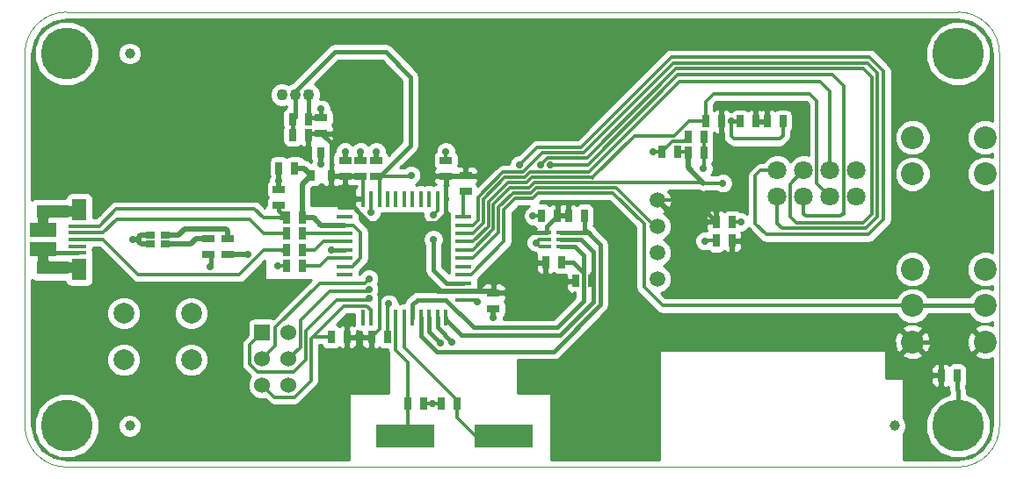
<source format=gtl>
G04 #@! TF.FileFunction,Copper,L1,Top,Signal*
%FSLAX46Y46*%
G04 Gerber Fmt 4.6, Leading zero omitted, Abs format (unit mm)*
G04 Created by KiCad (PCBNEW (2015-01-16 BZR 5376)-product) date 22/05/2015 17:40:37*
%MOMM*%
G01*
G04 APERTURE LIST*
%ADD10C,0.150000*%
%ADD11C,0.100000*%
%ADD12R,0.406400X1.524000*%
%ADD13R,1.524000X0.406400*%
%ADD14R,0.635000X1.143000*%
%ADD15R,1.143000X0.635000*%
%ADD16C,1.800000*%
%ADD17R,5.600000X2.200000*%
%ADD18R,1.750000X0.400000*%
%ADD19R,1.460000X2.000000*%
%ADD20R,3.150000X1.300000*%
%ADD21R,2.500000X1.425000*%
%ADD22R,1.524000X1.524000*%
%ADD23C,1.524000*%
%ADD24C,2.200000*%
%ADD25C,1.100000*%
%ADD26R,0.900000X0.400000*%
%ADD27C,2.000000*%
%ADD28C,1.500000*%
%ADD29C,5.000000*%
%ADD30R,0.800100X1.000760*%
%ADD31R,0.850000X0.650000*%
%ADD32C,1.000000*%
%ADD33C,0.700000*%
%ADD34C,0.300000*%
%ADD35C,0.400000*%
%ADD36C,0.500000*%
%ADD37C,1.000000*%
%ADD38C,0.254000*%
G04 APERTURE END LIST*
D10*
D11*
X79767400Y39916100D02*
X-6110000Y39916100D01*
X83767900Y35915600D02*
G75*
G03X79767400Y39916100I-4000500J0D01*
G01*
X83767900Y0D02*
X83767900Y35915600D01*
X79767400Y-4000500D02*
G75*
G03X83767900Y0I0J4000500D01*
G01*
X-6110000Y-4000500D02*
X79767400Y-4000500D01*
X-10110500Y0D02*
G75*
G03X-6110000Y-4000500I4000500J0D01*
G01*
X-10110500Y35915600D02*
X-10110500Y0D01*
X-6110000Y39916100D02*
G75*
G03X-10110500Y35915600I0J-4000500D01*
G01*
D12*
X26428718Y21872818D03*
X25628618Y21872818D03*
X24828518Y21872818D03*
X24028418Y21872818D03*
X23228318Y21872818D03*
X22428218Y21872818D03*
X27228818Y21872818D03*
X28028918Y21872818D03*
X28829018Y21872818D03*
X29629118Y21872818D03*
X30429218Y21872818D03*
X26428718Y10442818D03*
X25628618Y10442818D03*
X24828518Y10442818D03*
X24028418Y10442818D03*
X23228318Y10442818D03*
X22428218Y10442818D03*
X27228818Y10442818D03*
X28028918Y10442818D03*
X28829018Y10442818D03*
X29629118Y10442818D03*
X30429218Y10442818D03*
D13*
X20713718Y16157818D03*
X32143718Y16157818D03*
X20713718Y15357718D03*
X32143718Y15357718D03*
X32143718Y14557618D03*
X20713718Y14557618D03*
X20713718Y13757518D03*
X32143718Y13757518D03*
X32143718Y12957418D03*
X20713718Y12957418D03*
X20713718Y12157318D03*
X32143718Y12157318D03*
X32143718Y16957918D03*
X20713718Y16957918D03*
X20713718Y17758018D03*
X32143718Y17758018D03*
X32143718Y18558118D03*
X20713718Y18558118D03*
X20713718Y19358218D03*
X32143718Y19358218D03*
X32143718Y20158318D03*
X20713718Y20158318D03*
D14*
X15066718Y16957818D03*
X16590718Y16957818D03*
X55466718Y29357818D03*
X56990718Y29357818D03*
X41590718Y15757818D03*
X40066718Y15757818D03*
X43790718Y20257818D03*
X42266718Y20257818D03*
X15666718Y28057818D03*
X17190718Y28057818D03*
D15*
X32328718Y22595818D03*
X32328718Y24119818D03*
D14*
X19366718Y8557818D03*
X20890718Y8557818D03*
X44490718Y13957818D03*
X42966718Y13957818D03*
X15066718Y18557818D03*
X16590718Y18557818D03*
X53766718Y26357818D03*
X55290718Y26357818D03*
X56466718Y17857818D03*
X57990718Y17857818D03*
X41190718Y20257818D03*
X39666718Y20257818D03*
D15*
X23728718Y24095818D03*
X23728718Y25619818D03*
D14*
X23266718Y8557818D03*
X24790718Y8557818D03*
D15*
X35028718Y12819818D03*
X35028718Y11295818D03*
X30428718Y24095818D03*
X30428718Y25619818D03*
X22228718Y24095818D03*
X22228718Y25619818D03*
D14*
X15666718Y29557818D03*
X17190718Y29557818D03*
X55290718Y27857818D03*
X53766718Y27857818D03*
X52740718Y26407818D03*
X51216718Y26407818D03*
X56466718Y19657818D03*
X57990718Y19657818D03*
X78145018Y4852498D03*
X79669018Y4852498D03*
X15890718Y24857818D03*
X14366718Y24857818D03*
D15*
X20728718Y24095818D03*
X20728718Y25619818D03*
D14*
X61366718Y29357818D03*
X62890718Y29357818D03*
X60290718Y29357818D03*
X58766718Y29357818D03*
X31490718Y2157818D03*
X29966718Y2157818D03*
D15*
X18428718Y28195818D03*
X18428718Y29719818D03*
D14*
X16590718Y15457818D03*
X15066718Y15457818D03*
X26766718Y2157818D03*
X28290718Y2157818D03*
D16*
X69991618Y24634018D03*
X69991618Y22094018D03*
X67451618Y24634018D03*
X67451618Y22094018D03*
X64911618Y24634018D03*
X64911618Y22094018D03*
X62371618Y24634018D03*
X62371618Y22094018D03*
D17*
X26478718Y-1042182D03*
X35978718Y-1042182D03*
D18*
X-5078962Y19255278D03*
X-5078962Y18605278D03*
X-5078962Y17955278D03*
X-5078962Y17305278D03*
X-5078962Y16655278D03*
D19*
X-4873962Y20855278D03*
X-4873962Y15055278D03*
D20*
X-7428962Y20680278D03*
X-7428962Y15230278D03*
D21*
X-8403962Y18917778D03*
X-8403962Y16992778D03*
D22*
X12758718Y8997818D03*
D23*
X15298718Y8997818D03*
X12758718Y6457818D03*
X15298718Y6457818D03*
X12758718Y3917818D03*
X15298718Y3917818D03*
D15*
X14328718Y21295818D03*
X14328718Y22819818D03*
D14*
X15066718Y20057818D03*
X16590718Y20057818D03*
D24*
X82374118Y8091118D03*
X82374118Y11591118D03*
X82374118Y15091118D03*
X75374118Y8091118D03*
X75374118Y11591118D03*
X75374118Y15091118D03*
X82383008Y24310228D03*
X82383008Y27810228D03*
X75383008Y24310228D03*
X75383008Y27810228D03*
D25*
X17228718Y31957818D03*
X15928718Y31957818D03*
X14628718Y31957818D03*
D26*
X40128718Y18607818D03*
X40128718Y17957818D03*
X40128718Y17307818D03*
X41528718Y17307818D03*
X41528718Y17957818D03*
X41528718Y18607818D03*
D27*
X5906726Y10848998D03*
X5906726Y6348998D03*
X-593274Y6348998D03*
X-593274Y10848998D03*
D15*
X7591438Y16483158D03*
X7591438Y18007158D03*
X9422778Y16518718D03*
X9422778Y18042718D03*
D28*
X50828718Y21767818D03*
X50828718Y19227818D03*
X50828718Y16687818D03*
X50828718Y14147818D03*
D29*
X-6110000Y35915600D03*
X-6110000Y0D03*
X79767400Y0D03*
X79767400Y35915600D03*
D30*
X18428718Y26357638D03*
X19381218Y24157998D03*
X17476218Y24157998D03*
D31*
X3381726Y17532628D03*
X3381726Y18382628D03*
X1931726Y17532628D03*
X1931726Y18382628D03*
D32*
X0Y35915600D03*
X73656400Y0D03*
X0Y0D03*
D33*
X55241838Y24819438D03*
X27096098Y24161578D03*
X15328718Y12657818D03*
X55362488Y17819198D03*
X7741298Y15319838D03*
X31043258Y8080838D03*
X29928718Y7957818D03*
X11360798Y16516178D03*
X37528718Y25157818D03*
X23028718Y12257818D03*
X23028718Y13157818D03*
X40528718Y25157818D03*
X23028718Y14157818D03*
X39528718Y25157818D03*
X29222078Y17956358D03*
X57108738Y23397038D03*
X18428718Y25257818D03*
X281318Y18004618D03*
X57928718Y29357818D03*
X58828718Y19657818D03*
X50378718Y26457818D03*
X39128718Y17657818D03*
X38828718Y20257818D03*
X18428718Y30557818D03*
X14328718Y23657818D03*
X35028718Y10457818D03*
X19428718Y16957818D03*
X33428718Y11957818D03*
X29128718Y2157818D03*
X24928718Y11757818D03*
X30428718Y26457818D03*
X29228718Y20357818D03*
X23728718Y26457818D03*
X22228718Y26457818D03*
X23228718Y20557818D03*
X20728718Y26457818D03*
X14228718Y15457818D03*
D34*
X55290718Y24868318D02*
X55290718Y26357818D01*
X55241838Y24819438D02*
X55290718Y24868318D01*
X23728718Y24095818D02*
X27030338Y24095818D01*
X27030338Y24095818D02*
X27096098Y24161578D01*
X55290718Y27857818D02*
X55290718Y26357818D01*
D35*
X15928718Y31957818D02*
X15928718Y32257818D01*
X15928718Y32257818D02*
X19728718Y36057818D01*
X19728718Y36057818D02*
X24628718Y36057818D01*
X24628718Y36057818D02*
X27028718Y33657818D01*
X27028718Y33657818D02*
X27028718Y27357818D01*
X24066718Y24095818D02*
X23728718Y24095818D01*
X27028718Y27357818D02*
X27028718Y27057818D01*
X27028718Y27057818D02*
X24066718Y24095818D01*
X15666718Y28057818D02*
X15666718Y29557818D01*
X15666718Y29557818D02*
X15928718Y29819818D01*
X15928718Y29819818D02*
X15928718Y31957818D01*
D34*
X24028418Y21872818D02*
X24028418Y23796118D01*
X24028418Y23796118D02*
X23728718Y24095818D01*
D35*
X23095598Y19557818D02*
X23071478Y19557818D01*
X23071478Y19557818D02*
X20641958Y21987338D01*
X40066718Y15757818D02*
X38286238Y15757818D01*
X38194578Y18607818D02*
X40128718Y18607818D01*
X37550738Y17963978D02*
X38194578Y18607818D01*
X37550738Y16493318D02*
X37550738Y17963978D01*
X38286238Y15757818D02*
X37550738Y16493318D01*
X42966718Y13957818D02*
X40558678Y13957818D01*
X40066718Y14449778D02*
X40066718Y15757818D01*
X40558678Y13957818D02*
X40066718Y14449778D01*
X40128718Y18607818D02*
X40128718Y19195818D01*
X40128718Y19195818D02*
X41190718Y20257818D01*
X78145018Y4852498D02*
X78145018Y7019118D01*
X77073018Y8091118D02*
X75374118Y8091118D01*
X78145018Y7019118D02*
X77073018Y8091118D01*
D34*
X55199423Y20925113D02*
X53662463Y20925113D01*
X52819758Y21767818D02*
X50828718Y21767818D01*
X53662463Y20925113D02*
X52819758Y21767818D01*
X56990718Y29357818D02*
X56990718Y30523098D01*
X60290718Y30630328D02*
X60290718Y29357818D01*
X60071648Y30849398D02*
X60290718Y30630328D01*
X57317018Y30849398D02*
X60071648Y30849398D01*
X56990718Y30523098D02*
X57317018Y30849398D01*
D35*
X56990718Y29357818D02*
X56990718Y29919818D01*
X55166718Y20957818D02*
X55199423Y20925113D01*
X55199423Y20925113D02*
X56466718Y19657818D01*
X19381218Y24157998D02*
X19381218Y27243318D01*
X19381218Y27243318D02*
X18428718Y28195818D01*
X18428718Y28195818D02*
X17328718Y28195818D01*
X17328718Y28195818D02*
X17190718Y28057818D01*
D36*
X35166718Y12957818D02*
X34959518Y12957818D01*
X34959518Y12957818D02*
X34959118Y12957418D01*
X32143718Y12957418D02*
X34959118Y12957418D01*
X32143718Y12957418D02*
X29629118Y12957418D01*
X26428718Y16157818D02*
X24128718Y18457818D01*
X29629118Y12957418D02*
X26428718Y16157818D01*
D34*
X24028418Y10442818D02*
X24028418Y18558118D01*
X24028418Y18558118D02*
X24128718Y18457818D01*
X24028418Y10442818D02*
X24028418Y9319518D01*
X24028418Y9319518D02*
X23266718Y8557818D01*
X30428718Y24095818D02*
X32304718Y24095818D01*
X32304718Y24095818D02*
X32328718Y24119818D01*
X30429218Y21872818D02*
X30429218Y24095318D01*
X30429218Y24095318D02*
X30428718Y24095818D01*
X30429218Y21872818D02*
X30429218Y20458318D01*
X29528718Y19557818D02*
X23095598Y19557818D01*
X23095598Y19557818D02*
X23028718Y19557818D01*
X30429218Y20458318D02*
X29528718Y19557818D01*
D36*
X23028718Y19557818D02*
X24128718Y18457818D01*
D34*
X22428218Y21872818D02*
X22428218Y23896318D01*
X22428218Y23896318D02*
X22228718Y24095818D01*
D36*
X20728718Y24095818D02*
X19443398Y24095818D01*
X19443398Y24095818D02*
X19381218Y24157998D01*
X16776398Y24857818D02*
X17476218Y24157998D01*
X16590718Y23272498D02*
X17476218Y24157998D01*
X17414038Y24095818D02*
X17476218Y24157998D01*
D34*
X17414038Y24095818D02*
X17476218Y24157998D01*
D36*
X15890718Y24857818D02*
X16776398Y24857818D01*
X16590718Y20057818D02*
X16590718Y23272498D01*
X20713718Y19358218D02*
X18428318Y19358218D01*
X17728718Y20057818D02*
X16590718Y20057818D01*
X18428318Y19358218D02*
X17728718Y20057818D01*
D34*
X20713718Y15357718D02*
X21428618Y15357718D01*
X21528318Y19358218D02*
X20713718Y19358218D01*
X22228718Y18657818D02*
X21528318Y19358218D01*
X22228718Y16157818D02*
X22228718Y18657818D01*
X21428618Y15357718D02*
X22228718Y16157818D01*
X56466718Y17857818D02*
X55401108Y17857818D01*
X55401108Y17857818D02*
X55362488Y17819198D01*
X38628718Y22457818D02*
X36898720Y22457818D01*
X35528718Y21087816D02*
X35528718Y18657818D01*
X36898720Y22457818D02*
X35528718Y21087816D01*
X50828718Y18957818D02*
X50828718Y18957818D01*
X33028718Y16157818D02*
X32143718Y16157818D01*
X35528718Y18657818D02*
X33028718Y16157818D01*
X39128718Y22957818D02*
X38628718Y22457818D01*
X46828718Y22957818D02*
X39128718Y22957818D01*
X50828718Y18957818D02*
X46828718Y22957818D01*
X75374118Y11591118D02*
X51295418Y11591118D01*
X51295418Y11591118D02*
X49528718Y13357818D01*
D35*
X82374118Y11591118D02*
X75374118Y11591118D01*
D34*
X38828718Y21957818D02*
X37128718Y21957818D01*
X32828518Y14557618D02*
X32143718Y14557618D01*
X36028718Y17757818D02*
X32828518Y14557618D01*
X39328718Y22457818D02*
X38828718Y21957818D01*
X46528718Y22457818D02*
X39328718Y22457818D01*
X49528718Y19457818D02*
X46528718Y22457818D01*
X49528718Y13357818D02*
X49528718Y19457818D01*
X37128718Y21957818D02*
X36028718Y20857818D01*
X36028718Y20857818D02*
X36028718Y17757818D01*
D35*
X43728718Y14557818D02*
X43728718Y14757818D01*
X42728718Y15757818D02*
X41590718Y15757818D01*
X43728718Y14757818D02*
X42728718Y15757818D01*
X27228818Y10442818D02*
X27228818Y11657918D01*
X42878718Y17307818D02*
X41528718Y17307818D01*
X43728718Y16457818D02*
X42878718Y17307818D01*
X43728718Y12057818D02*
X43728718Y14557818D01*
X43728718Y14557818D02*
X43728718Y16457818D01*
X41128718Y9457818D02*
X43728718Y12057818D01*
X33128718Y9457818D02*
X41128718Y9457818D01*
X30428718Y12157818D02*
X33128718Y9457818D01*
X27728718Y12157818D02*
X30428718Y12157818D01*
X27228818Y11657918D02*
X27728718Y12157818D01*
X44528718Y18257818D02*
X43790718Y18995818D01*
X43790718Y18995818D02*
X43790718Y20257818D01*
X28028918Y10442818D02*
X28028918Y8657618D01*
X44178718Y18607818D02*
X41528718Y18607818D01*
X45328718Y17457818D02*
X44528718Y18257818D01*
X44528718Y18257818D02*
X44378718Y18407818D01*
X44378718Y18407818D02*
X44178718Y18607818D01*
X45328718Y11657818D02*
X45328718Y17457818D01*
X40828718Y7157818D02*
X45328718Y11657818D01*
X29528718Y7157818D02*
X40828718Y7157818D01*
X28028918Y8657618D02*
X29528718Y7157818D01*
X29629118Y10442818D02*
X29629118Y9487358D01*
X7769238Y16305358D02*
X7591438Y16483158D01*
X7776858Y15355398D02*
X7769238Y16305358D01*
X7741298Y15319838D02*
X7776858Y15355398D01*
X31035638Y8080838D02*
X31043258Y8080838D01*
X29629118Y9487358D02*
X31035638Y8080838D01*
X28829018Y9057518D02*
X28829018Y10442818D01*
X29928718Y7957818D02*
X28829018Y9057518D01*
D36*
X11360798Y16516178D02*
X11358258Y16518718D01*
X11358258Y16518718D02*
X9422778Y16518718D01*
D34*
X44628718Y14757818D02*
X44490718Y14619818D01*
X44490718Y14619818D02*
X44490718Y13957818D01*
D35*
X30429218Y10442818D02*
X30429218Y10257318D01*
X43428718Y17957818D02*
X44628718Y16757818D01*
X44628718Y16757818D02*
X44628718Y14757818D01*
X44628718Y14757818D02*
X44628718Y11957818D01*
X44628718Y11957818D02*
X41428718Y8757818D01*
X41428718Y8757818D02*
X31928718Y8757818D01*
X43428718Y17957818D02*
X41528718Y17957818D01*
X30429218Y10257318D02*
X31928718Y8757818D01*
D34*
X44128718Y24457818D02*
X44176658Y24457818D01*
X38028718Y23957818D02*
X36128718Y23957818D01*
X34028718Y21857818D02*
X34028718Y19557818D01*
X36128718Y23957818D02*
X34028718Y21857818D01*
X32143718Y18558118D02*
X33029018Y18558118D01*
X33029018Y18558118D02*
X34028718Y19557818D01*
X38528718Y24457818D02*
X44128718Y24457818D01*
X38028718Y23957818D02*
X38528718Y24457818D01*
X44176658Y24457818D02*
X52963458Y33244618D01*
X67451618Y32241318D02*
X67451618Y24634018D01*
X66448318Y33244618D02*
X67451618Y32241318D01*
X52935518Y33244618D02*
X52963458Y33244618D01*
X52963458Y33244618D02*
X66448318Y33244618D01*
X55466718Y30395818D02*
X55466718Y31285098D01*
X55466718Y29357818D02*
X55466718Y30395818D01*
X66158758Y23386878D02*
X67451618Y22094018D01*
X66158758Y31309138D02*
X66158758Y23386878D01*
X65447558Y32020338D02*
X66158758Y31309138D01*
X56201958Y32020338D02*
X65447558Y32020338D01*
X55466718Y31285098D02*
X56201958Y32020338D01*
X55466718Y29357818D02*
X53828718Y29357818D01*
X53828718Y29357818D02*
X52459718Y27988818D01*
X52459718Y27988818D02*
X48589716Y27988818D01*
X48589716Y27988818D02*
X44558716Y23957818D01*
X44558716Y23957818D02*
X44558716Y23927820D01*
X44558716Y23927820D02*
X44558716Y23957818D01*
X38228718Y23457818D02*
X36393402Y23457818D01*
X38228718Y23457818D02*
X38728718Y23957818D01*
X38728718Y23957818D02*
X44558716Y23957818D01*
X33028918Y17758018D02*
X34528718Y19257818D01*
X32143718Y17758018D02*
X33028918Y17758018D01*
X36393402Y23457818D02*
X34528718Y21593134D01*
X34528718Y21593134D02*
X34528718Y19257818D01*
X72026158Y20436668D02*
X72026158Y20138218D01*
X62803418Y19030778D02*
X62371618Y19462578D01*
X70918718Y19030778D02*
X62803418Y19030778D01*
X72026158Y20138218D02*
X70918718Y19030778D01*
X43428718Y26357818D02*
X43711918Y26357818D01*
X38628718Y25257818D02*
X39728718Y26357818D01*
X39728718Y26357818D02*
X43428718Y26357818D01*
X62371618Y19462578D02*
X62371618Y22094018D01*
X72026158Y34016778D02*
X72026158Y20436668D01*
X71045718Y34997218D02*
X72026158Y34016778D01*
X52351318Y34997218D02*
X71045718Y34997218D01*
X43711918Y26357818D02*
X52351318Y34997218D01*
X37828718Y24457818D02*
X36628718Y24457818D01*
X33528718Y22057818D02*
X33528718Y19857818D01*
X35928718Y24457818D02*
X33528718Y22057818D01*
X36628718Y24457818D02*
X35928718Y24457818D01*
X32143718Y19358218D02*
X33029118Y19358218D01*
X38628718Y25257818D02*
X38628718Y25257818D01*
X37828718Y24457818D02*
X38628718Y25257818D01*
X37828718Y24457818D02*
X37828718Y24457818D01*
X33029118Y19358218D02*
X33528718Y19857818D01*
X43054918Y26857818D02*
X43449918Y26857818D01*
X60733318Y24634018D02*
X62371618Y24634018D01*
X60225318Y24126018D02*
X60733318Y24634018D01*
X60225318Y19528618D02*
X60225318Y24126018D01*
X61317518Y18436418D02*
X60225318Y19528618D01*
X71172718Y18436418D02*
X61317518Y18436418D01*
X72620518Y19884218D02*
X71172718Y18436418D01*
X72620518Y34209818D02*
X72620518Y19884218D01*
X71248918Y35581418D02*
X72620518Y34209818D01*
X52173518Y35581418D02*
X71248918Y35581418D01*
X43449918Y26857818D02*
X52173518Y35581418D01*
X37528718Y25157818D02*
X37528718Y25157818D01*
X39228718Y26857818D02*
X43054918Y26857818D01*
X43054918Y26857818D02*
X43128718Y26857818D01*
X37528718Y25157818D02*
X39228718Y26857818D01*
X20713718Y12157318D02*
X22928218Y12157318D01*
X22928218Y12157318D02*
X23028718Y12257818D01*
X20713718Y12157318D02*
X19898220Y12157318D01*
X11528718Y7767818D02*
X12758718Y8997818D01*
X11528718Y5957818D02*
X11528718Y7767818D01*
X12328718Y5157818D02*
X11528718Y5957818D01*
X15728718Y5157818D02*
X12328718Y5157818D01*
X16928718Y6357818D02*
X15728718Y5157818D01*
X16928718Y9187816D02*
X16928718Y6357818D01*
X19898220Y12157318D02*
X16928718Y9187816D01*
X52805978Y33851678D02*
X67695458Y33851678D01*
X68747018Y20550968D02*
X68747018Y32800118D01*
X44112118Y25157818D02*
X52805978Y33851678D01*
X22828318Y12957418D02*
X20713718Y12957418D01*
X22828318Y12957418D02*
X23028718Y13157818D01*
X40528718Y25157818D02*
X43828718Y25157818D01*
X43828718Y25157818D02*
X44112118Y25157818D01*
X67695458Y33851678D02*
X68747018Y32800118D01*
X68747018Y20550968D02*
X68747018Y20516678D01*
X64911618Y20420158D02*
X64911618Y22094018D01*
X65112278Y20219498D02*
X64911618Y20420158D01*
X68449838Y20219498D02*
X65112278Y20219498D01*
X68747018Y20516678D02*
X68449838Y20219498D01*
X68747018Y20550968D02*
X68747018Y20455718D01*
X20713718Y12957418D02*
X19228318Y12957418D01*
X19228318Y12957418D02*
X16428718Y10157818D01*
X16428718Y10157818D02*
X16428718Y7587818D01*
X16428718Y7587818D02*
X15298718Y6457818D01*
X71439418Y31022118D02*
X71439418Y33666258D01*
X63616218Y20161078D02*
X63616218Y23338618D01*
X64202958Y19574338D02*
X63616218Y20161078D01*
X70603758Y19574338D02*
X64202958Y19574338D01*
X71439418Y20409998D02*
X70603758Y19574338D01*
X64911618Y24634018D02*
X63616218Y23338618D01*
X70568198Y34438418D02*
X68007878Y34438418D01*
X71439418Y31022118D02*
X71439418Y20409998D01*
X70667258Y34438418D02*
X70568198Y34438418D01*
X71439418Y33666258D02*
X70667258Y34438418D01*
X44047578Y25857818D02*
X52628178Y34438418D01*
X22628418Y13757518D02*
X20713718Y13757518D01*
X22628418Y13757518D02*
X23028718Y14157818D01*
X40228718Y25857818D02*
X39528718Y25157818D01*
X43728718Y25857818D02*
X40228718Y25857818D01*
X43728718Y25857818D02*
X44047578Y25857818D01*
X52628178Y34438418D02*
X68007878Y34438418D01*
X68007878Y34438418D02*
X68048518Y34438418D01*
X20713718Y13757518D02*
X18328418Y13757518D01*
X14028718Y7727818D02*
X12758718Y6457818D01*
X14028718Y9457818D02*
X14028718Y7727818D01*
X18328418Y13757518D02*
X14028718Y9457818D01*
D35*
X29237318Y17547418D02*
X29237318Y17941118D01*
X30512618Y13757518D02*
X29237318Y15032818D01*
X29237318Y15032818D02*
X29237318Y17547418D01*
X32143718Y13757518D02*
X30512618Y13757518D01*
X29237318Y17941118D02*
X29222078Y17956358D01*
D34*
X55228718Y23407818D02*
X56621678Y23407818D01*
D36*
X53766718Y24869818D02*
X55228718Y23407818D01*
X53766718Y26357818D02*
X53766718Y24869818D01*
D34*
X56632458Y23397038D02*
X57108738Y23397038D01*
X56621678Y23407818D02*
X56632458Y23397038D01*
X46678718Y23457818D02*
X55178718Y23457818D01*
X53766718Y26357818D02*
X53716718Y26407818D01*
X53716718Y26407818D02*
X52740718Y26407818D01*
X38428718Y22957818D02*
X36628718Y22957818D01*
X35028718Y21357818D02*
X35028718Y18957818D01*
X36628718Y22957818D02*
X35028718Y21357818D01*
X38928718Y23457818D02*
X38428718Y22957818D01*
X46678718Y23457818D02*
X38928718Y23457818D01*
X33028818Y16957918D02*
X32143718Y16957918D01*
X35028718Y18957818D02*
X33028818Y16957918D01*
X20713718Y17758018D02*
X18628918Y17758018D01*
X17828718Y16957818D02*
X16590718Y16957818D01*
X18628918Y17758018D02*
X17828718Y16957818D01*
X20713718Y18558118D02*
X16591018Y18558118D01*
X16591018Y18558118D02*
X16590718Y18557818D01*
X19366718Y8557818D02*
X17628718Y8557818D01*
X23228318Y10442818D02*
X23228318Y11158218D01*
X13918718Y2757818D02*
X12758718Y3917818D01*
X15828718Y2757818D02*
X13918718Y2757818D01*
X17428718Y4357818D02*
X15828718Y2757818D01*
X17428718Y8357818D02*
X17428718Y4357818D01*
X20628718Y11557818D02*
X17628718Y8557818D01*
X17628718Y8557818D02*
X17428718Y8357818D01*
X22828718Y11557818D02*
X20628718Y11557818D01*
X23228318Y11158218D02*
X22828718Y11557818D01*
D36*
X18428718Y26357638D02*
X18428718Y25257818D01*
X880758Y17740458D02*
X880758Y17862378D01*
X738518Y18004618D02*
X281318Y18004618D01*
X880758Y17862378D02*
X738518Y18004618D01*
X1088588Y17532628D02*
X1931726Y17532628D01*
X880758Y17740458D02*
X1088588Y17532628D01*
D35*
X79669018Y4852498D02*
X79669018Y3479628D01*
X79767400Y3381246D02*
X79767400Y0D01*
X79669018Y3479628D02*
X79767400Y3381246D01*
D34*
X62890718Y29357818D02*
X62890718Y27987758D01*
D35*
X57928718Y29357818D02*
X58766718Y29357818D01*
D34*
X57928718Y27928838D02*
X57928718Y29357818D01*
X58193318Y27664238D02*
X57928718Y27928838D01*
X62567198Y27664238D02*
X58193318Y27664238D01*
X62890718Y27987758D02*
X62567198Y27664238D01*
D35*
X-5078962Y16655278D02*
X-8066462Y16655278D01*
X-8066462Y16655278D02*
X-8403962Y16992778D01*
D34*
X57990718Y19657818D02*
X58828718Y19657818D01*
X51216718Y26407818D02*
X51166718Y26457818D01*
X51166718Y26457818D02*
X50378718Y26457818D01*
X53766718Y27857818D02*
X53366718Y27457818D01*
X52266718Y27457818D02*
X51216718Y26407818D01*
X53366718Y27457818D02*
X52266718Y27457818D01*
D36*
X14328718Y23557818D02*
X14328718Y24819818D01*
X14328718Y24819818D02*
X14366718Y24857818D01*
D34*
X40128718Y17307818D02*
X39478718Y17307818D01*
X39428718Y17957818D02*
X39128718Y17657818D01*
X39428718Y17957818D02*
X40128718Y17957818D01*
X39478718Y17307818D02*
X39128718Y17657818D01*
X39666718Y20257818D02*
X38828718Y20257818D01*
D35*
X18428718Y29719818D02*
X17352718Y29719818D01*
X17352718Y29719818D02*
X17190718Y29557818D01*
X18428718Y29719818D02*
X18428718Y30557818D01*
X17190718Y29557818D02*
X17190718Y31919818D01*
X17190718Y31919818D02*
X17228718Y31957818D01*
D37*
X-7903962Y15230278D02*
X-5173962Y15230278D01*
X-5173962Y15230278D02*
X-4873962Y15530278D01*
X-8403962Y16992778D02*
X-8403962Y15730278D01*
X-8403962Y15730278D02*
X-7903962Y15230278D01*
X-7903962Y20680278D02*
X-5173962Y20680278D01*
X-5173962Y20680278D02*
X-4873962Y20380278D01*
X-8403962Y18917778D02*
X-8403962Y20180278D01*
X-8403962Y20180278D02*
X-7903962Y20680278D01*
D36*
X14328718Y22819818D02*
X14328718Y23557818D01*
X14328718Y23557818D02*
X14328718Y23657818D01*
X35028718Y11295818D02*
X35028718Y10457818D01*
D35*
X20713718Y16957918D02*
X19428818Y16957918D01*
X19428818Y16957918D02*
X19428718Y16957818D01*
D34*
X32143718Y12157318D02*
X33229218Y12157318D01*
X33229218Y12157318D02*
X33428718Y11957818D01*
X29966718Y2157818D02*
X29128718Y2157818D01*
X29128718Y2157818D02*
X28290718Y2157818D01*
X24828518Y10442818D02*
X24828518Y11657618D01*
X24828518Y11657618D02*
X24928718Y11757818D01*
X24828518Y10442818D02*
X24828518Y8595618D01*
X24828518Y8595618D02*
X24790718Y8557818D01*
X30428718Y25619818D02*
X30428718Y26457818D01*
X29629118Y21872818D02*
X29629118Y20758218D01*
X29629118Y20758218D02*
X29228718Y20357818D01*
D36*
X23728718Y25619818D02*
X23728718Y26457818D01*
X22228718Y25619818D02*
X22228718Y26457818D01*
D34*
X23228318Y21872818D02*
X23228318Y20558218D01*
X23228318Y20558218D02*
X23228718Y20557818D01*
D36*
X20728718Y25619818D02*
X20728718Y26457818D01*
D34*
X15066718Y15457818D02*
X14228718Y15457818D01*
D36*
X880758Y18238298D02*
X880758Y17740458D01*
X1931726Y18382628D02*
X1025088Y18382628D01*
X1025088Y18382628D02*
X880758Y18238298D01*
X5854528Y17532628D02*
X3381726Y17532628D01*
X6329058Y18007158D02*
X5854528Y17532628D01*
X7591438Y18007158D02*
X6329058Y18007158D01*
X4692848Y18382628D02*
X3381726Y18382628D01*
X5310518Y19000298D02*
X4692848Y18382628D01*
X9242438Y19000298D02*
X5310518Y19000298D01*
X9422778Y18819958D02*
X9242438Y19000298D01*
X9422778Y18042718D02*
X9422778Y18819958D01*
D34*
X26428718Y10442818D02*
X26428718Y7557818D01*
X31490718Y2495818D02*
X31490718Y2157818D01*
X26428718Y7557818D02*
X31490718Y2495818D01*
X35978718Y-1042182D02*
X33328718Y-1042182D01*
X31490718Y795818D02*
X31490718Y2157818D01*
X33328718Y-1042182D02*
X31490718Y795818D01*
X26766718Y2157818D02*
X26766718Y6119818D01*
X25628618Y7257918D02*
X25628618Y10442818D01*
X26766718Y6119818D02*
X25628618Y7257918D01*
X26766718Y2157818D02*
X26766718Y-754182D01*
X26766718Y-754182D02*
X26478718Y-1042182D01*
X32143718Y20158318D02*
X32143718Y22410818D01*
X32143718Y22410818D02*
X32328718Y22595818D01*
X20713718Y16157818D02*
X19028718Y16157818D01*
X18328718Y15457818D02*
X16590718Y15457818D01*
X19028718Y16157818D02*
X18328718Y15457818D01*
X-5078962Y18605278D02*
X-2605442Y18605278D01*
X12892938Y18557818D02*
X15066718Y18557818D01*
X11503038Y19947718D02*
X12892938Y18557818D01*
X-1263002Y19947718D02*
X11503038Y19947718D01*
X-2605442Y18605278D02*
X-1263002Y19947718D01*
D35*
X15016718Y18607818D02*
X15066718Y18557818D01*
D34*
X-5078962Y17955278D02*
X-2577642Y17955278D01*
X12899718Y16957818D02*
X15066718Y16957818D01*
X10517518Y14575618D02*
X12899718Y16957818D01*
X802018Y14575618D02*
X10517518Y14575618D01*
X-2577642Y17955278D02*
X802018Y14575618D01*
D35*
X14628718Y16957818D02*
X15066718Y16957818D01*
D34*
X-5078962Y19255278D02*
X-2968902Y19255278D01*
X12850898Y20057818D02*
X15066718Y20057818D01*
X11983098Y20925618D02*
X12850898Y20057818D01*
X-1298562Y20925618D02*
X11983098Y20925618D01*
X-2968902Y19255278D02*
X-1298562Y20925618D01*
D35*
X14328718Y21295818D02*
X14328718Y20795818D01*
X14328718Y20795818D02*
X15066718Y20057818D01*
X14528718Y20057818D02*
X15066718Y20057818D01*
D38*
G36*
X15492465Y8983676D02*
X15312860Y8804071D01*
X15298718Y8818213D01*
X15284575Y8804071D01*
X15104970Y8983676D01*
X15119113Y8997818D01*
X15104970Y9011961D01*
X15284575Y9191566D01*
X15298718Y9177423D01*
X15312860Y9191566D01*
X15492465Y9011961D01*
X15478323Y8997818D01*
X15492465Y8983676D01*
X15492465Y8983676D01*
G37*
X15492465Y8983676D02*
X15312860Y8804071D01*
X15298718Y8818213D01*
X15284575Y8804071D01*
X15104970Y8983676D01*
X15119113Y8997818D01*
X15104970Y9011961D01*
X15284575Y9191566D01*
X15298718Y9177423D01*
X15312860Y9191566D01*
X15492465Y9011961D01*
X15478323Y8997818D01*
X15492465Y8983676D01*
G36*
X22377678Y21725818D02*
X22326618Y21725818D01*
X22326618Y21745818D01*
X21748768Y21745818D01*
X21590018Y21587068D01*
X21590018Y21237127D01*
X21590018Y20986037D01*
X21475718Y21008958D01*
X20601718Y21008958D01*
X20601718Y23302068D01*
X20601718Y23968818D01*
X20319698Y23968818D01*
X20257518Y24030998D01*
X19508218Y24030998D01*
X19508218Y23181368D01*
X19666968Y23022618D01*
X19907577Y23022618D01*
X20140966Y23119291D01*
X20164993Y23143318D01*
X20283527Y23143318D01*
X20442968Y23143318D01*
X20601718Y23302068D01*
X20601718Y21008958D01*
X20055718Y21008958D01*
X20055718Y21284818D01*
X17475718Y21284818D01*
X17475718Y22905919D01*
X17579977Y23010178D01*
X17876268Y23010178D01*
X18118391Y23057155D01*
X18331195Y23196945D01*
X18426303Y23337844D01*
X18442841Y23297919D01*
X18621470Y23119291D01*
X18854859Y23022618D01*
X19095468Y23022618D01*
X19254218Y23181368D01*
X19254218Y24030998D01*
X19234218Y24030998D01*
X19234218Y24284998D01*
X19254218Y24284998D01*
X19254218Y24304998D01*
X19508218Y24304998D01*
X19508218Y24284998D01*
X19618788Y24284998D01*
X19680968Y24222818D01*
X20601718Y24222818D01*
X20601718Y24242818D01*
X20855718Y24242818D01*
X20855718Y24222818D01*
X21180968Y24222818D01*
X21776468Y24222818D01*
X22101718Y24222818D01*
X22101718Y24242818D01*
X22355718Y24242818D01*
X22355718Y24222818D01*
X22375718Y24222818D01*
X22375718Y23968818D01*
X22355718Y23968818D01*
X22355718Y23948818D01*
X22101718Y23948818D01*
X22101718Y23968818D01*
X21776468Y23968818D01*
X21180968Y23968818D01*
X20855718Y23968818D01*
X20855718Y23302068D01*
X21014468Y23143318D01*
X21173909Y23143318D01*
X21426528Y23143318D01*
X21478718Y23164936D01*
X21530908Y23143318D01*
X21783527Y23143318D01*
X21835492Y23143318D01*
X21686691Y22994517D01*
X21590018Y22761128D01*
X21590018Y22508509D01*
X21590018Y22158568D01*
X21748768Y21999818D01*
X22326618Y21999818D01*
X22326618Y22019818D01*
X22377678Y22019818D01*
X22377678Y21725818D01*
X22377678Y21725818D01*
G37*
X22377678Y21725818D02*
X22326618Y21725818D01*
X22326618Y21745818D01*
X21748768Y21745818D01*
X21590018Y21587068D01*
X21590018Y21237127D01*
X21590018Y20986037D01*
X21475718Y21008958D01*
X20601718Y21008958D01*
X20601718Y23302068D01*
X20601718Y23968818D01*
X20319698Y23968818D01*
X20257518Y24030998D01*
X19508218Y24030998D01*
X19508218Y23181368D01*
X19666968Y23022618D01*
X19907577Y23022618D01*
X20140966Y23119291D01*
X20164993Y23143318D01*
X20283527Y23143318D01*
X20442968Y23143318D01*
X20601718Y23302068D01*
X20601718Y21008958D01*
X20055718Y21008958D01*
X20055718Y21284818D01*
X17475718Y21284818D01*
X17475718Y22905919D01*
X17579977Y23010178D01*
X17876268Y23010178D01*
X18118391Y23057155D01*
X18331195Y23196945D01*
X18426303Y23337844D01*
X18442841Y23297919D01*
X18621470Y23119291D01*
X18854859Y23022618D01*
X19095468Y23022618D01*
X19254218Y23181368D01*
X19254218Y24030998D01*
X19234218Y24030998D01*
X19234218Y24284998D01*
X19254218Y24284998D01*
X19254218Y24304998D01*
X19508218Y24304998D01*
X19508218Y24284998D01*
X19618788Y24284998D01*
X19680968Y24222818D01*
X20601718Y24222818D01*
X20601718Y24242818D01*
X20855718Y24242818D01*
X20855718Y24222818D01*
X21180968Y24222818D01*
X21776468Y24222818D01*
X22101718Y24222818D01*
X22101718Y24242818D01*
X22355718Y24242818D01*
X22355718Y24222818D01*
X22375718Y24222818D01*
X22375718Y23968818D01*
X22355718Y23968818D01*
X22355718Y23948818D01*
X22101718Y23948818D01*
X22101718Y23968818D01*
X21776468Y23968818D01*
X21180968Y23968818D01*
X20855718Y23968818D01*
X20855718Y23302068D01*
X21014468Y23143318D01*
X21173909Y23143318D01*
X21426528Y23143318D01*
X21478718Y23164936D01*
X21530908Y23143318D01*
X21783527Y23143318D01*
X21835492Y23143318D01*
X21686691Y22994517D01*
X21590018Y22761128D01*
X21590018Y22508509D01*
X21590018Y22158568D01*
X21748768Y21999818D01*
X22326618Y21999818D01*
X22326618Y22019818D01*
X22377678Y22019818D01*
X22377678Y21725818D01*
G36*
X24901718Y3184818D02*
X23139718Y3184818D01*
X23139718Y7510068D01*
X23139718Y8430818D01*
X22472968Y8430818D01*
X22314218Y8272068D01*
X22314218Y8112627D01*
X22314218Y7860008D01*
X22410891Y7626619D01*
X22589520Y7447991D01*
X22822909Y7351318D01*
X22980968Y7351318D01*
X23139718Y7510068D01*
X23139718Y3184818D01*
X21843218Y3184818D01*
X21843218Y7860008D01*
X21843218Y8112627D01*
X21843218Y8272068D01*
X21684468Y8430818D01*
X21017718Y8430818D01*
X21017718Y7510068D01*
X21176468Y7351318D01*
X21334527Y7351318D01*
X21567916Y7447991D01*
X21746545Y7626619D01*
X21843218Y7860008D01*
X21843218Y3184818D01*
X21101718Y3184818D01*
X21101718Y-3315500D01*
X7542010Y-3315500D01*
X7542010Y6672793D01*
X7542010Y11172793D01*
X7293620Y11773941D01*
X6834089Y12234276D01*
X6233374Y12483714D01*
X5582931Y12484282D01*
X4981783Y12235892D01*
X4521448Y11776361D01*
X4272010Y11175646D01*
X4271442Y10525203D01*
X4519832Y9924055D01*
X4979363Y9463720D01*
X5580078Y9214282D01*
X6230521Y9213714D01*
X6831669Y9462104D01*
X7292004Y9921635D01*
X7541442Y10522350D01*
X7542010Y11172793D01*
X7542010Y6672793D01*
X7293620Y7273941D01*
X6834089Y7734276D01*
X6233374Y7983714D01*
X5582931Y7984282D01*
X4981783Y7735892D01*
X4521448Y7276361D01*
X4272010Y6675646D01*
X4271442Y6025203D01*
X4519832Y5424055D01*
X4979363Y4963720D01*
X5580078Y4714282D01*
X6230521Y4713714D01*
X6831669Y4962104D01*
X7292004Y5421635D01*
X7541442Y6022350D01*
X7542010Y6672793D01*
X7542010Y-3315500D01*
X1135197Y-3315500D01*
X1135197Y224775D01*
X1042010Y450304D01*
X1042010Y6672793D01*
X1042010Y11172793D01*
X793620Y11773941D01*
X334089Y12234276D01*
X-266626Y12483714D01*
X-917069Y12484282D01*
X-1518217Y12235892D01*
X-1978552Y11776361D01*
X-2227990Y11175646D01*
X-2228558Y10525203D01*
X-1980168Y9924055D01*
X-1520637Y9463720D01*
X-919922Y9214282D01*
X-269479Y9213714D01*
X331669Y9462104D01*
X792004Y9921635D01*
X1041442Y10522350D01*
X1042010Y11172793D01*
X1042010Y6672793D01*
X793620Y7273941D01*
X334089Y7734276D01*
X-266626Y7983714D01*
X-917069Y7984282D01*
X-1518217Y7735892D01*
X-1978552Y7276361D01*
X-2227990Y6675646D01*
X-2228558Y6025203D01*
X-1980168Y5424055D01*
X-1520637Y4963720D01*
X-919922Y4714282D01*
X-269479Y4713714D01*
X331669Y4962104D01*
X792004Y5421635D01*
X1041442Y6022350D01*
X1042010Y6672793D01*
X1042010Y450304D01*
X962767Y642086D01*
X643765Y961645D01*
X226756Y1134803D01*
X-224775Y1135197D01*
X-642086Y962767D01*
X-961645Y643765D01*
X-1134803Y226756D01*
X-1135197Y-224775D01*
X-962767Y-642086D01*
X-643765Y-961645D01*
X-226756Y-1134803D01*
X224775Y-1135197D01*
X642086Y-962767D01*
X961645Y-643765D01*
X1134803Y-226756D01*
X1135197Y224775D01*
X1135197Y-3315500D01*
X-2974457Y-3315500D01*
X-2974457Y620854D01*
X-3450727Y1773515D01*
X-4331847Y2656174D01*
X-5483674Y3134454D01*
X-6730854Y3135543D01*
X-7883515Y2659273D01*
X-8766174Y1778153D01*
X-9244454Y626326D01*
X-9245543Y-620854D01*
X-8769273Y-1773515D01*
X-7888153Y-2656174D01*
X-6736326Y-3134454D01*
X-5489146Y-3135543D01*
X-4336485Y-2659273D01*
X-3453826Y-1778153D01*
X-2975546Y-626326D01*
X-2974457Y620854D01*
X-2974457Y-3315500D01*
X-6042533Y-3315500D01*
X-7373651Y-3050724D01*
X-8444924Y-2334923D01*
X-9160724Y-1263651D01*
X-9425500Y67468D01*
X-9425500Y14098935D01*
X-9253602Y13982901D01*
X-9003962Y13932838D01*
X-6227647Y13932838D01*
X-6204425Y13813155D01*
X-6064635Y13600351D01*
X-5853602Y13457901D01*
X-5603962Y13407838D01*
X-4143962Y13407838D01*
X-3901839Y13454815D01*
X-3689035Y13594605D01*
X-3546585Y13805638D01*
X-3496522Y14055278D01*
X-3496522Y16055278D01*
X-3543499Y16297401D01*
X-3577732Y16349515D01*
X-3556522Y16455278D01*
X-3556522Y16855278D01*
X-3581176Y16982344D01*
X-3556522Y17105278D01*
X-3556522Y17170278D01*
X-2902800Y17170278D01*
X246939Y14020539D01*
X501611Y13850373D01*
X501612Y13850373D01*
X802018Y13790618D01*
X10517518Y13790618D01*
X10817924Y13850373D01*
X10817925Y13850373D01*
X11072597Y14020539D01*
X13001718Y15949660D01*
X13001718Y14030818D01*
X17491560Y14030818D01*
X13798763Y10338022D01*
X13770358Y10357195D01*
X13520718Y10407258D01*
X11996718Y10407258D01*
X11754595Y10360281D01*
X11541791Y10220491D01*
X11399341Y10009458D01*
X11349278Y9759818D01*
X11349278Y8698536D01*
X10973639Y8322897D01*
X10803473Y8068225D01*
X10743718Y7767818D01*
X10743718Y5957818D01*
X10803473Y5657411D01*
X10973639Y5402739D01*
X11620679Y4755699D01*
X11575089Y4710188D01*
X11361961Y4196918D01*
X11361476Y3641157D01*
X11573708Y3127515D01*
X11966348Y2734189D01*
X12479618Y2521061D01*
X13035379Y2520576D01*
X13042754Y2523624D01*
X13363639Y2202739D01*
X13618312Y2032573D01*
X13918718Y1972818D01*
X15828718Y1972818D01*
X16129124Y2032573D01*
X16129125Y2032573D01*
X16383797Y2202739D01*
X17983797Y3802739D01*
X18153963Y4057412D01*
X18213718Y4357818D01*
X18213718Y7772818D01*
X18443201Y7772818D01*
X18448755Y7744195D01*
X18588545Y7531391D01*
X18799578Y7388941D01*
X19049218Y7338878D01*
X19684218Y7338878D01*
X19926341Y7385855D01*
X20137165Y7524345D01*
X20213520Y7447991D01*
X20446909Y7351318D01*
X20604968Y7351318D01*
X20763718Y7510068D01*
X20763718Y8430818D01*
X20743718Y8430818D01*
X20743718Y8684818D01*
X20763718Y8684818D01*
X20763718Y9605568D01*
X20604968Y9764318D01*
X20446909Y9764318D01*
X20213520Y9667645D01*
X20136072Y9590198D01*
X19933858Y9726695D01*
X19912113Y9731056D01*
X20953876Y10772818D01*
X21577578Y10772818D01*
X21577578Y9680818D01*
X21583074Y9652487D01*
X21567916Y9667645D01*
X21334527Y9764318D01*
X21176468Y9764318D01*
X21017718Y9605568D01*
X21017718Y8684818D01*
X21684468Y8684818D01*
X21843218Y8843568D01*
X21843218Y9003009D01*
X21843218Y9172651D01*
X21975378Y9083441D01*
X22225018Y9033378D01*
X22314218Y9033378D01*
X22314218Y9003009D01*
X22314218Y8843568D01*
X22472968Y8684818D01*
X23139718Y8684818D01*
X23139718Y8704818D01*
X23393718Y8704818D01*
X23393718Y8684818D01*
X23413718Y8684818D01*
X23413718Y8430818D01*
X23393718Y8430818D01*
X23393718Y7510068D01*
X23552468Y7351318D01*
X23710527Y7351318D01*
X23943916Y7447991D01*
X24021363Y7525439D01*
X24223578Y7388941D01*
X24473218Y7338878D01*
X24843618Y7338878D01*
X24843618Y7257918D01*
X24901718Y6965832D01*
X24901718Y3184818D01*
X24901718Y3184818D01*
G37*
X24901718Y3184818D02*
X23139718Y3184818D01*
X23139718Y7510068D01*
X23139718Y8430818D01*
X22472968Y8430818D01*
X22314218Y8272068D01*
X22314218Y8112627D01*
X22314218Y7860008D01*
X22410891Y7626619D01*
X22589520Y7447991D01*
X22822909Y7351318D01*
X22980968Y7351318D01*
X23139718Y7510068D01*
X23139718Y3184818D01*
X21843218Y3184818D01*
X21843218Y7860008D01*
X21843218Y8112627D01*
X21843218Y8272068D01*
X21684468Y8430818D01*
X21017718Y8430818D01*
X21017718Y7510068D01*
X21176468Y7351318D01*
X21334527Y7351318D01*
X21567916Y7447991D01*
X21746545Y7626619D01*
X21843218Y7860008D01*
X21843218Y3184818D01*
X21101718Y3184818D01*
X21101718Y-3315500D01*
X7542010Y-3315500D01*
X7542010Y6672793D01*
X7542010Y11172793D01*
X7293620Y11773941D01*
X6834089Y12234276D01*
X6233374Y12483714D01*
X5582931Y12484282D01*
X4981783Y12235892D01*
X4521448Y11776361D01*
X4272010Y11175646D01*
X4271442Y10525203D01*
X4519832Y9924055D01*
X4979363Y9463720D01*
X5580078Y9214282D01*
X6230521Y9213714D01*
X6831669Y9462104D01*
X7292004Y9921635D01*
X7541442Y10522350D01*
X7542010Y11172793D01*
X7542010Y6672793D01*
X7293620Y7273941D01*
X6834089Y7734276D01*
X6233374Y7983714D01*
X5582931Y7984282D01*
X4981783Y7735892D01*
X4521448Y7276361D01*
X4272010Y6675646D01*
X4271442Y6025203D01*
X4519832Y5424055D01*
X4979363Y4963720D01*
X5580078Y4714282D01*
X6230521Y4713714D01*
X6831669Y4962104D01*
X7292004Y5421635D01*
X7541442Y6022350D01*
X7542010Y6672793D01*
X7542010Y-3315500D01*
X1135197Y-3315500D01*
X1135197Y224775D01*
X1042010Y450304D01*
X1042010Y6672793D01*
X1042010Y11172793D01*
X793620Y11773941D01*
X334089Y12234276D01*
X-266626Y12483714D01*
X-917069Y12484282D01*
X-1518217Y12235892D01*
X-1978552Y11776361D01*
X-2227990Y11175646D01*
X-2228558Y10525203D01*
X-1980168Y9924055D01*
X-1520637Y9463720D01*
X-919922Y9214282D01*
X-269479Y9213714D01*
X331669Y9462104D01*
X792004Y9921635D01*
X1041442Y10522350D01*
X1042010Y11172793D01*
X1042010Y6672793D01*
X793620Y7273941D01*
X334089Y7734276D01*
X-266626Y7983714D01*
X-917069Y7984282D01*
X-1518217Y7735892D01*
X-1978552Y7276361D01*
X-2227990Y6675646D01*
X-2228558Y6025203D01*
X-1980168Y5424055D01*
X-1520637Y4963720D01*
X-919922Y4714282D01*
X-269479Y4713714D01*
X331669Y4962104D01*
X792004Y5421635D01*
X1041442Y6022350D01*
X1042010Y6672793D01*
X1042010Y450304D01*
X962767Y642086D01*
X643765Y961645D01*
X226756Y1134803D01*
X-224775Y1135197D01*
X-642086Y962767D01*
X-961645Y643765D01*
X-1134803Y226756D01*
X-1135197Y-224775D01*
X-962767Y-642086D01*
X-643765Y-961645D01*
X-226756Y-1134803D01*
X224775Y-1135197D01*
X642086Y-962767D01*
X961645Y-643765D01*
X1134803Y-226756D01*
X1135197Y224775D01*
X1135197Y-3315500D01*
X-2974457Y-3315500D01*
X-2974457Y620854D01*
X-3450727Y1773515D01*
X-4331847Y2656174D01*
X-5483674Y3134454D01*
X-6730854Y3135543D01*
X-7883515Y2659273D01*
X-8766174Y1778153D01*
X-9244454Y626326D01*
X-9245543Y-620854D01*
X-8769273Y-1773515D01*
X-7888153Y-2656174D01*
X-6736326Y-3134454D01*
X-5489146Y-3135543D01*
X-4336485Y-2659273D01*
X-3453826Y-1778153D01*
X-2975546Y-626326D01*
X-2974457Y620854D01*
X-2974457Y-3315500D01*
X-6042533Y-3315500D01*
X-7373651Y-3050724D01*
X-8444924Y-2334923D01*
X-9160724Y-1263651D01*
X-9425500Y67468D01*
X-9425500Y14098935D01*
X-9253602Y13982901D01*
X-9003962Y13932838D01*
X-6227647Y13932838D01*
X-6204425Y13813155D01*
X-6064635Y13600351D01*
X-5853602Y13457901D01*
X-5603962Y13407838D01*
X-4143962Y13407838D01*
X-3901839Y13454815D01*
X-3689035Y13594605D01*
X-3546585Y13805638D01*
X-3496522Y14055278D01*
X-3496522Y16055278D01*
X-3543499Y16297401D01*
X-3577732Y16349515D01*
X-3556522Y16455278D01*
X-3556522Y16855278D01*
X-3581176Y16982344D01*
X-3556522Y17105278D01*
X-3556522Y17170278D01*
X-2902800Y17170278D01*
X246939Y14020539D01*
X501611Y13850373D01*
X501612Y13850373D01*
X802018Y13790618D01*
X10517518Y13790618D01*
X10817924Y13850373D01*
X10817925Y13850373D01*
X11072597Y14020539D01*
X13001718Y15949660D01*
X13001718Y14030818D01*
X17491560Y14030818D01*
X13798763Y10338022D01*
X13770358Y10357195D01*
X13520718Y10407258D01*
X11996718Y10407258D01*
X11754595Y10360281D01*
X11541791Y10220491D01*
X11399341Y10009458D01*
X11349278Y9759818D01*
X11349278Y8698536D01*
X10973639Y8322897D01*
X10803473Y8068225D01*
X10743718Y7767818D01*
X10743718Y5957818D01*
X10803473Y5657411D01*
X10973639Y5402739D01*
X11620679Y4755699D01*
X11575089Y4710188D01*
X11361961Y4196918D01*
X11361476Y3641157D01*
X11573708Y3127515D01*
X11966348Y2734189D01*
X12479618Y2521061D01*
X13035379Y2520576D01*
X13042754Y2523624D01*
X13363639Y2202739D01*
X13618312Y2032573D01*
X13918718Y1972818D01*
X15828718Y1972818D01*
X16129124Y2032573D01*
X16129125Y2032573D01*
X16383797Y2202739D01*
X17983797Y3802739D01*
X18153963Y4057412D01*
X18213718Y4357818D01*
X18213718Y7772818D01*
X18443201Y7772818D01*
X18448755Y7744195D01*
X18588545Y7531391D01*
X18799578Y7388941D01*
X19049218Y7338878D01*
X19684218Y7338878D01*
X19926341Y7385855D01*
X20137165Y7524345D01*
X20213520Y7447991D01*
X20446909Y7351318D01*
X20604968Y7351318D01*
X20763718Y7510068D01*
X20763718Y8430818D01*
X20743718Y8430818D01*
X20743718Y8684818D01*
X20763718Y8684818D01*
X20763718Y9605568D01*
X20604968Y9764318D01*
X20446909Y9764318D01*
X20213520Y9667645D01*
X20136072Y9590198D01*
X19933858Y9726695D01*
X19912113Y9731056D01*
X20953876Y10772818D01*
X21577578Y10772818D01*
X21577578Y9680818D01*
X21583074Y9652487D01*
X21567916Y9667645D01*
X21334527Y9764318D01*
X21176468Y9764318D01*
X21017718Y9605568D01*
X21017718Y8684818D01*
X21684468Y8684818D01*
X21843218Y8843568D01*
X21843218Y9003009D01*
X21843218Y9172651D01*
X21975378Y9083441D01*
X22225018Y9033378D01*
X22314218Y9033378D01*
X22314218Y9003009D01*
X22314218Y8843568D01*
X22472968Y8684818D01*
X23139718Y8684818D01*
X23139718Y8704818D01*
X23393718Y8704818D01*
X23393718Y8684818D01*
X23413718Y8684818D01*
X23413718Y8430818D01*
X23393718Y8430818D01*
X23393718Y7510068D01*
X23552468Y7351318D01*
X23710527Y7351318D01*
X23943916Y7447991D01*
X24021363Y7525439D01*
X24223578Y7388941D01*
X24473218Y7338878D01*
X24843618Y7338878D01*
X24843618Y7257918D01*
X24901718Y6965832D01*
X24901718Y3184818D01*
G36*
X26193718Y27403686D02*
X24911859Y26121828D01*
X24900681Y26179441D01*
X24760891Y26392245D01*
X24713688Y26424108D01*
X24713888Y26652887D01*
X24564247Y27015047D01*
X24287404Y27292373D01*
X23925506Y27442646D01*
X23533649Y27442988D01*
X23171489Y27293347D01*
X22978624Y27100819D01*
X22787404Y27292373D01*
X22425506Y27442646D01*
X22033649Y27442988D01*
X21671489Y27293347D01*
X21478624Y27100819D01*
X21287404Y27292373D01*
X20925506Y27442646D01*
X20533649Y27442988D01*
X20171489Y27293347D01*
X19894163Y27016504D01*
X19743890Y26654606D01*
X19743689Y26425186D01*
X19702291Y26397991D01*
X19559841Y26186958D01*
X19509778Y25937318D01*
X19509778Y25302318D01*
X19536773Y25163184D01*
X19508220Y25134631D01*
X19508220Y25293378D01*
X19413748Y25293378D01*
X19413888Y25452887D01*
X19378884Y25537604D01*
X19426145Y25607618D01*
X19476208Y25857258D01*
X19476208Y26858018D01*
X19429231Y27100141D01*
X19290549Y27311258D01*
X19359917Y27339991D01*
X19538545Y27518620D01*
X19635218Y27752009D01*
X19635218Y27910068D01*
X19476468Y28068818D01*
X18555718Y28068818D01*
X18555718Y28048818D01*
X18301718Y28048818D01*
X18301718Y28068818D01*
X18143218Y28068818D01*
X18143218Y28184820D01*
X17984470Y28184820D01*
X18122468Y28322818D01*
X18301718Y28322818D01*
X18301718Y28342818D01*
X18555718Y28342818D01*
X18555718Y28322818D01*
X19476468Y28322818D01*
X19635218Y28481568D01*
X19635218Y28639627D01*
X19538545Y28873016D01*
X19461097Y28950464D01*
X19597595Y29152678D01*
X19647658Y29402318D01*
X19647658Y30037318D01*
X19600681Y30279441D01*
X19460891Y30492245D01*
X19413688Y30524108D01*
X19413888Y30752887D01*
X19264247Y31115047D01*
X18987404Y31392373D01*
X18625506Y31542646D01*
X18339526Y31542896D01*
X18413512Y31721073D01*
X18413924Y32192495D01*
X18233898Y32628190D01*
X17900843Y32961827D01*
X17839193Y32987426D01*
X20074586Y35222818D01*
X24282850Y35222818D01*
X26193718Y33311950D01*
X26193718Y27403686D01*
X26193718Y27403686D01*
G37*
X26193718Y27403686D02*
X24911859Y26121828D01*
X24900681Y26179441D01*
X24760891Y26392245D01*
X24713688Y26424108D01*
X24713888Y26652887D01*
X24564247Y27015047D01*
X24287404Y27292373D01*
X23925506Y27442646D01*
X23533649Y27442988D01*
X23171489Y27293347D01*
X22978624Y27100819D01*
X22787404Y27292373D01*
X22425506Y27442646D01*
X22033649Y27442988D01*
X21671489Y27293347D01*
X21478624Y27100819D01*
X21287404Y27292373D01*
X20925506Y27442646D01*
X20533649Y27442988D01*
X20171489Y27293347D01*
X19894163Y27016504D01*
X19743890Y26654606D01*
X19743689Y26425186D01*
X19702291Y26397991D01*
X19559841Y26186958D01*
X19509778Y25937318D01*
X19509778Y25302318D01*
X19536773Y25163184D01*
X19508220Y25134631D01*
X19508220Y25293378D01*
X19413748Y25293378D01*
X19413888Y25452887D01*
X19378884Y25537604D01*
X19426145Y25607618D01*
X19476208Y25857258D01*
X19476208Y26858018D01*
X19429231Y27100141D01*
X19290549Y27311258D01*
X19359917Y27339991D01*
X19538545Y27518620D01*
X19635218Y27752009D01*
X19635218Y27910068D01*
X19476468Y28068818D01*
X18555718Y28068818D01*
X18555718Y28048818D01*
X18301718Y28048818D01*
X18301718Y28068818D01*
X18143218Y28068818D01*
X18143218Y28184820D01*
X17984470Y28184820D01*
X18122468Y28322818D01*
X18301718Y28322818D01*
X18301718Y28342818D01*
X18555718Y28342818D01*
X18555718Y28322818D01*
X19476468Y28322818D01*
X19635218Y28481568D01*
X19635218Y28639627D01*
X19538545Y28873016D01*
X19461097Y28950464D01*
X19597595Y29152678D01*
X19647658Y29402318D01*
X19647658Y30037318D01*
X19600681Y30279441D01*
X19460891Y30492245D01*
X19413688Y30524108D01*
X19413888Y30752887D01*
X19264247Y31115047D01*
X18987404Y31392373D01*
X18625506Y31542646D01*
X18339526Y31542896D01*
X18413512Y31721073D01*
X18413924Y32192495D01*
X18233898Y32628190D01*
X17900843Y32961827D01*
X17839193Y32987426D01*
X20074586Y35222818D01*
X24282850Y35222818D01*
X26193718Y33311950D01*
X26193718Y27403686D01*
G36*
X42893718Y12403686D02*
X42839718Y12349686D01*
X40782850Y10292818D01*
X39939718Y10292818D01*
X39939718Y14710068D01*
X39939718Y15630818D01*
X39272968Y15630818D01*
X39114218Y15472068D01*
X39114218Y15312627D01*
X39114218Y15060008D01*
X39210891Y14826619D01*
X39389520Y14647991D01*
X39622909Y14551318D01*
X39780968Y14551318D01*
X39939718Y14710068D01*
X39939718Y10292818D01*
X36013573Y10292818D01*
X36013746Y10490451D01*
X36055145Y10517645D01*
X36197595Y10728678D01*
X36247658Y10978318D01*
X36247658Y11613318D01*
X36200681Y11855441D01*
X36062191Y12066266D01*
X36138545Y12142620D01*
X36235218Y12376009D01*
X36235218Y12534068D01*
X36235218Y13105568D01*
X36235218Y13263627D01*
X36138545Y13497016D01*
X35959917Y13675645D01*
X35726528Y13772318D01*
X35473909Y13772318D01*
X35314468Y13772318D01*
X35155718Y13613568D01*
X35155718Y12946818D01*
X36076468Y12946818D01*
X36235218Y13105568D01*
X36235218Y12534068D01*
X36076468Y12692818D01*
X35155718Y12692818D01*
X35155718Y12672818D01*
X34901718Y12672818D01*
X34901718Y12692818D01*
X34881718Y12692818D01*
X34881718Y12946818D01*
X34901718Y12946818D01*
X34901718Y13613568D01*
X34742968Y13772318D01*
X34583527Y13772318D01*
X34330908Y13772318D01*
X34097519Y13675645D01*
X33918891Y13497016D01*
X33822218Y13263627D01*
X33822218Y13105568D01*
X33980966Y12946820D01*
X33822218Y12946820D01*
X33822218Y12860965D01*
X33625506Y12942646D01*
X33233649Y12942988D01*
X33231114Y12941941D01*
X33229218Y12942318D01*
X33178434Y12942318D01*
X33155358Y12957895D01*
X33154310Y12958106D01*
X33307931Y13059018D01*
X33381968Y13059018D01*
X33540718Y13217768D01*
X33540718Y13286928D01*
X33512969Y13353919D01*
X33553158Y13554318D01*
X33553158Y13960718D01*
X33518809Y14137752D01*
X36583797Y17202739D01*
X36753963Y17457411D01*
X36753963Y17457412D01*
X36813718Y17757818D01*
X36813718Y20532660D01*
X37453876Y21172818D01*
X38463824Y21172818D01*
X38271489Y21093347D01*
X37994163Y20816504D01*
X37843890Y20454606D01*
X37843548Y20062749D01*
X37993189Y19700589D01*
X38270032Y19423263D01*
X38631930Y19272990D01*
X38861350Y19272790D01*
X38888545Y19231391D01*
X39099578Y19088941D01*
X39107209Y19087411D01*
X39043718Y18934128D01*
X39043718Y18866568D01*
X39175466Y18734820D01*
X39043718Y18734820D01*
X39043718Y18642893D01*
X38933649Y18642988D01*
X38571489Y18493347D01*
X38294163Y18216504D01*
X38143890Y17854606D01*
X38143548Y17462749D01*
X38293189Y17100589D01*
X38570032Y16823263D01*
X38931930Y16672990D01*
X39043137Y16672893D01*
X39169295Y16588598D01*
X39114218Y16455628D01*
X39114218Y16203009D01*
X39114218Y16043568D01*
X39272968Y15884818D01*
X39939718Y15884818D01*
X39939718Y15904818D01*
X40193718Y15904818D01*
X40193718Y15884818D01*
X40213718Y15884818D01*
X40213718Y15630818D01*
X40193718Y15630818D01*
X40193718Y14710068D01*
X40352468Y14551318D01*
X40510527Y14551318D01*
X40743916Y14647991D01*
X40821363Y14725439D01*
X41023578Y14588941D01*
X41273218Y14538878D01*
X41908218Y14538878D01*
X42014218Y14559445D01*
X42014218Y14403009D01*
X42014218Y14243568D01*
X42172968Y14084818D01*
X42839718Y14084818D01*
X42839718Y14104818D01*
X42893718Y14104818D01*
X42893718Y13810818D01*
X42839718Y13810818D01*
X42839718Y13830818D01*
X42172968Y13830818D01*
X42014218Y13672068D01*
X42014218Y13512627D01*
X42014218Y13260008D01*
X42110891Y13026619D01*
X42289520Y12847991D01*
X42522909Y12751318D01*
X42680968Y12751318D01*
X42839716Y12910066D01*
X42839716Y12751318D01*
X42839718Y12751318D01*
X42893718Y12751318D01*
X42893718Y12403686D01*
X42893718Y12403686D01*
G37*
X42893718Y12403686D02*
X42839718Y12349686D01*
X40782850Y10292818D01*
X39939718Y10292818D01*
X39939718Y14710068D01*
X39939718Y15630818D01*
X39272968Y15630818D01*
X39114218Y15472068D01*
X39114218Y15312627D01*
X39114218Y15060008D01*
X39210891Y14826619D01*
X39389520Y14647991D01*
X39622909Y14551318D01*
X39780968Y14551318D01*
X39939718Y14710068D01*
X39939718Y10292818D01*
X36013573Y10292818D01*
X36013746Y10490451D01*
X36055145Y10517645D01*
X36197595Y10728678D01*
X36247658Y10978318D01*
X36247658Y11613318D01*
X36200681Y11855441D01*
X36062191Y12066266D01*
X36138545Y12142620D01*
X36235218Y12376009D01*
X36235218Y12534068D01*
X36235218Y13105568D01*
X36235218Y13263627D01*
X36138545Y13497016D01*
X35959917Y13675645D01*
X35726528Y13772318D01*
X35473909Y13772318D01*
X35314468Y13772318D01*
X35155718Y13613568D01*
X35155718Y12946818D01*
X36076468Y12946818D01*
X36235218Y13105568D01*
X36235218Y12534068D01*
X36076468Y12692818D01*
X35155718Y12692818D01*
X35155718Y12672818D01*
X34901718Y12672818D01*
X34901718Y12692818D01*
X34881718Y12692818D01*
X34881718Y12946818D01*
X34901718Y12946818D01*
X34901718Y13613568D01*
X34742968Y13772318D01*
X34583527Y13772318D01*
X34330908Y13772318D01*
X34097519Y13675645D01*
X33918891Y13497016D01*
X33822218Y13263627D01*
X33822218Y13105568D01*
X33980966Y12946820D01*
X33822218Y12946820D01*
X33822218Y12860965D01*
X33625506Y12942646D01*
X33233649Y12942988D01*
X33231114Y12941941D01*
X33229218Y12942318D01*
X33178434Y12942318D01*
X33155358Y12957895D01*
X33154310Y12958106D01*
X33307931Y13059018D01*
X33381968Y13059018D01*
X33540718Y13217768D01*
X33540718Y13286928D01*
X33512969Y13353919D01*
X33553158Y13554318D01*
X33553158Y13960718D01*
X33518809Y14137752D01*
X36583797Y17202739D01*
X36753963Y17457411D01*
X36753963Y17457412D01*
X36813718Y17757818D01*
X36813718Y20532660D01*
X37453876Y21172818D01*
X38463824Y21172818D01*
X38271489Y21093347D01*
X37994163Y20816504D01*
X37843890Y20454606D01*
X37843548Y20062749D01*
X37993189Y19700589D01*
X38270032Y19423263D01*
X38631930Y19272990D01*
X38861350Y19272790D01*
X38888545Y19231391D01*
X39099578Y19088941D01*
X39107209Y19087411D01*
X39043718Y18934128D01*
X39043718Y18866568D01*
X39175466Y18734820D01*
X39043718Y18734820D01*
X39043718Y18642893D01*
X38933649Y18642988D01*
X38571489Y18493347D01*
X38294163Y18216504D01*
X38143890Y17854606D01*
X38143548Y17462749D01*
X38293189Y17100589D01*
X38570032Y16823263D01*
X38931930Y16672990D01*
X39043137Y16672893D01*
X39169295Y16588598D01*
X39114218Y16455628D01*
X39114218Y16203009D01*
X39114218Y16043568D01*
X39272968Y15884818D01*
X39939718Y15884818D01*
X39939718Y15904818D01*
X40193718Y15904818D01*
X40193718Y15884818D01*
X40213718Y15884818D01*
X40213718Y15630818D01*
X40193718Y15630818D01*
X40193718Y14710068D01*
X40352468Y14551318D01*
X40510527Y14551318D01*
X40743916Y14647991D01*
X40821363Y14725439D01*
X41023578Y14588941D01*
X41273218Y14538878D01*
X41908218Y14538878D01*
X42014218Y14559445D01*
X42014218Y14403009D01*
X42014218Y14243568D01*
X42172968Y14084818D01*
X42839718Y14084818D01*
X42839718Y14104818D01*
X42893718Y14104818D01*
X42893718Y13810818D01*
X42839718Y13810818D01*
X42839718Y13830818D01*
X42172968Y13830818D01*
X42014218Y13672068D01*
X42014218Y13512627D01*
X42014218Y13260008D01*
X42110891Y13026619D01*
X42289520Y12847991D01*
X42522909Y12751318D01*
X42680968Y12751318D01*
X42839716Y12910066D01*
X42839716Y12751318D01*
X42839718Y12751318D01*
X42893718Y12751318D01*
X42893718Y12403686D01*
G36*
X70185365Y22079876D02*
X70005760Y21900271D01*
X69991618Y21914413D01*
X69977475Y21900271D01*
X69797870Y22079876D01*
X69812013Y22094018D01*
X69797870Y22108161D01*
X69977475Y22287766D01*
X69991618Y22273623D01*
X70005760Y22287766D01*
X70185365Y22108161D01*
X70171223Y22094018D01*
X70185365Y22079876D01*
X70185365Y22079876D01*
G37*
X70185365Y22079876D02*
X70005760Y21900271D01*
X69991618Y21914413D01*
X69977475Y21900271D01*
X69797870Y22079876D01*
X69812013Y22094018D01*
X69797870Y22108161D01*
X69977475Y22287766D01*
X69991618Y22273623D01*
X70005760Y22287766D01*
X70185365Y22108161D01*
X70171223Y22094018D01*
X70185365Y22079876D01*
G36*
X83082900Y13175437D02*
X82720745Y13325817D01*
X82030519Y13326419D01*
X81392603Y13062837D01*
X80904114Y12575200D01*
X80842209Y12426118D01*
X77118309Y12426118D01*
X77118309Y24653827D01*
X77118309Y28153827D01*
X76854727Y28791743D01*
X76367090Y29280232D01*
X75729635Y29544927D01*
X75039409Y29545529D01*
X74401493Y29281947D01*
X73913004Y28794310D01*
X73648309Y28156855D01*
X73647707Y27466629D01*
X73911289Y26828713D01*
X74398926Y26340224D01*
X75036381Y26075529D01*
X75726607Y26074927D01*
X76364523Y26338509D01*
X76853012Y26826146D01*
X77117707Y27463601D01*
X77118309Y28153827D01*
X77118309Y24653827D01*
X76854727Y25291743D01*
X76367090Y25780232D01*
X75729635Y26044927D01*
X75039409Y26045529D01*
X74401493Y25781947D01*
X73913004Y25294310D01*
X73648309Y24656855D01*
X73647707Y23966629D01*
X73911289Y23328713D01*
X74398926Y22840224D01*
X75036381Y22575529D01*
X75726607Y22574927D01*
X76364523Y22838509D01*
X76853012Y23326146D01*
X77117707Y23963601D01*
X77118309Y24653827D01*
X77118309Y12426118D01*
X77109419Y12426118D01*
X77109419Y15434717D01*
X76845837Y16072633D01*
X76358200Y16561122D01*
X75720745Y16825817D01*
X75030519Y16826419D01*
X74392603Y16562837D01*
X73904114Y16075200D01*
X73639419Y15437745D01*
X73638817Y14747519D01*
X73902399Y14109603D01*
X74390036Y13621114D01*
X75027491Y13356419D01*
X75717717Y13355817D01*
X76355633Y13619399D01*
X76844122Y14107036D01*
X77108817Y14744491D01*
X77109419Y15434717D01*
X77109419Y12426118D01*
X76906375Y12426118D01*
X76845837Y12572633D01*
X76358200Y13061122D01*
X75720745Y13325817D01*
X75030519Y13326419D01*
X74392603Y13062837D01*
X73904114Y12575200D01*
X73821447Y12376118D01*
X58943218Y12376118D01*
X58943218Y17160008D01*
X58943218Y17412627D01*
X58943218Y17572068D01*
X58784468Y17730818D01*
X58117718Y17730818D01*
X58117718Y16810068D01*
X58276468Y16651318D01*
X58434527Y16651318D01*
X58667916Y16747991D01*
X58846545Y16926619D01*
X58943218Y17160008D01*
X58943218Y12376118D01*
X52225919Y12376118D01*
X51620576Y12376118D01*
X51195781Y12800913D01*
X51612233Y12972987D01*
X52002179Y13362254D01*
X52213477Y13871116D01*
X52213958Y14422103D01*
X52003549Y14931333D01*
X51614282Y15321279D01*
X51381847Y15417795D01*
X51612233Y15512987D01*
X52002179Y15902254D01*
X52213477Y16411116D01*
X52213958Y16962103D01*
X52003549Y17471333D01*
X51614282Y17861279D01*
X51381847Y17957795D01*
X51612233Y18052987D01*
X52002179Y18442254D01*
X52213477Y18951116D01*
X52213958Y19502103D01*
X52003549Y20011333D01*
X51614282Y20401279D01*
X51397739Y20491196D01*
X51552641Y20555358D01*
X51620630Y20796301D01*
X50828718Y21588213D01*
X50814575Y21574071D01*
X50634970Y21753676D01*
X50649113Y21767818D01*
X50634970Y21781961D01*
X50814575Y21961566D01*
X50828718Y21947423D01*
X50842860Y21961566D01*
X51022465Y21781961D01*
X51008323Y21767818D01*
X51800235Y20975906D01*
X52041178Y21043895D01*
X52225919Y21562989D01*
X52197948Y22113266D01*
X52041178Y22491741D01*
X51800237Y22559730D01*
X51913326Y22672818D01*
X54766373Y22672818D01*
X54890043Y22590185D01*
X55228718Y22522817D01*
X55567392Y22590185D01*
X55616230Y22622818D01*
X56489822Y22622818D01*
X56550052Y22562483D01*
X56911950Y22412210D01*
X57303807Y22411868D01*
X57665967Y22561509D01*
X57943293Y22838352D01*
X58093566Y23200250D01*
X58093908Y23592107D01*
X57944267Y23954267D01*
X57667424Y24231593D01*
X57305526Y24381866D01*
X56913669Y24382208D01*
X56551509Y24232567D01*
X56511690Y24192818D01*
X56008340Y24192818D01*
X56076393Y24260752D01*
X56226666Y24622650D01*
X56227008Y25014507D01*
X56085043Y25358088D01*
X56205595Y25536678D01*
X56255658Y25786318D01*
X56255658Y26929318D01*
X56220452Y27110768D01*
X56255658Y27286318D01*
X56255658Y28305853D01*
X56313520Y28247991D01*
X56546909Y28151318D01*
X56704968Y28151318D01*
X56863718Y28310068D01*
X56863718Y29230818D01*
X56843718Y29230818D01*
X56843718Y29484818D01*
X56863718Y29484818D01*
X56863718Y30405568D01*
X56704968Y30564318D01*
X56546909Y30564318D01*
X56313520Y30467645D01*
X56251718Y30405844D01*
X56251718Y30959940D01*
X56527116Y31235338D01*
X65122400Y31235338D01*
X65373758Y30983980D01*
X65373758Y26104195D01*
X65218288Y26168751D01*
X64607627Y26169283D01*
X64043247Y25936086D01*
X63855658Y25748826D01*
X63855658Y28786318D01*
X63855658Y29929318D01*
X63808681Y30171441D01*
X63668891Y30384245D01*
X63457858Y30526695D01*
X63208218Y30576758D01*
X62573218Y30576758D01*
X62331095Y30529781D01*
X62120270Y30391292D01*
X62043916Y30467645D01*
X61810527Y30564318D01*
X61652468Y30564318D01*
X61493718Y30405568D01*
X61493718Y29484818D01*
X61513718Y29484818D01*
X61513718Y29230818D01*
X61493718Y29230818D01*
X61493718Y29210818D01*
X61243218Y29210818D01*
X61243218Y29643568D01*
X61243218Y29803009D01*
X61243218Y30055628D01*
X61239718Y30064078D01*
X61239718Y30405568D01*
X61080968Y30564318D01*
X60922909Y30564318D01*
X60828718Y30525303D01*
X60734527Y30564318D01*
X60576468Y30564318D01*
X60417718Y30405568D01*
X60417718Y30064078D01*
X60414218Y30055628D01*
X60414218Y29803009D01*
X60414218Y29643568D01*
X60417718Y29640068D01*
X60417718Y29484818D01*
X60572968Y29484818D01*
X61084468Y29484818D01*
X61239718Y29484818D01*
X61239718Y29640068D01*
X61243218Y29643568D01*
X61243218Y29210818D01*
X61239718Y29210818D01*
X61239718Y29230818D01*
X61084468Y29230818D01*
X60572968Y29230818D01*
X60417718Y29230818D01*
X60417718Y29210818D01*
X60163718Y29210818D01*
X60163718Y29230818D01*
X60143718Y29230818D01*
X60143718Y29484818D01*
X60163718Y29484818D01*
X60163718Y30405568D01*
X60004968Y30564318D01*
X59846909Y30564318D01*
X59613520Y30467645D01*
X59536072Y30390198D01*
X59333858Y30526695D01*
X59084218Y30576758D01*
X58449218Y30576758D01*
X58207095Y30529781D01*
X57994291Y30389991D01*
X57962428Y30342789D01*
X57792625Y30342937D01*
X57667916Y30467645D01*
X57434527Y30564318D01*
X57276468Y30564318D01*
X57117718Y30405568D01*
X57117718Y29940018D01*
X57094163Y29916504D01*
X56943890Y29554606D01*
X56943548Y29162749D01*
X57093189Y28800589D01*
X57117718Y28776018D01*
X57117718Y28310068D01*
X57143718Y28284068D01*
X57143718Y27928838D01*
X57203473Y27628431D01*
X57373639Y27373759D01*
X57638239Y27109159D01*
X57892912Y26938993D01*
X58193318Y26879238D01*
X62567198Y26879238D01*
X62867604Y26938993D01*
X62867605Y26938993D01*
X63122277Y27109159D01*
X63445797Y27432679D01*
X63615963Y27687351D01*
X63615963Y27687352D01*
X63675718Y27987758D01*
X63675718Y28344272D01*
X63805595Y28536678D01*
X63855658Y28786318D01*
X63855658Y25748826D01*
X63641295Y25534837D01*
X63242261Y25934569D01*
X62678288Y26168751D01*
X62067627Y26169283D01*
X61503247Y25936086D01*
X61071067Y25504661D01*
X61035504Y25419018D01*
X60733318Y25419018D01*
X60432912Y25359263D01*
X60178239Y25189097D01*
X60178236Y25189094D01*
X59670239Y24681097D01*
X59500073Y24426425D01*
X59440318Y24126018D01*
X59440318Y20439367D01*
X59387404Y20492373D01*
X59025506Y20642646D01*
X58796085Y20642847D01*
X58768891Y20684245D01*
X58557858Y20826695D01*
X58308218Y20876758D01*
X57673218Y20876758D01*
X57431095Y20829781D01*
X57220270Y20691292D01*
X57143916Y20767645D01*
X56910527Y20864318D01*
X56752468Y20864318D01*
X56593718Y20705568D01*
X56593718Y19784818D01*
X56613718Y19784818D01*
X56613718Y19530818D01*
X56593718Y19530818D01*
X56593718Y19510818D01*
X56339718Y19510818D01*
X56339718Y19530818D01*
X56339718Y19784818D01*
X56339718Y20705568D01*
X56180968Y20864318D01*
X56022909Y20864318D01*
X55789520Y20767645D01*
X55610891Y20589017D01*
X55514218Y20355628D01*
X55514218Y20103009D01*
X55514218Y19943568D01*
X55672968Y19784818D01*
X56339718Y19784818D01*
X56339718Y19530818D01*
X55672968Y19530818D01*
X55514218Y19372068D01*
X55514218Y19212627D01*
X55514218Y18960008D01*
X55582889Y18794221D01*
X55559276Y18804026D01*
X55167419Y18804368D01*
X54805259Y18654727D01*
X54527933Y18377884D01*
X54377660Y18015986D01*
X54377318Y17624129D01*
X54526959Y17261969D01*
X54803802Y16984643D01*
X55165700Y16834370D01*
X55557557Y16834028D01*
X55659219Y16876034D01*
X55688545Y16831391D01*
X55899578Y16688941D01*
X56149218Y16638878D01*
X56784218Y16638878D01*
X57026341Y16685855D01*
X57237165Y16824345D01*
X57313520Y16747991D01*
X57546909Y16651318D01*
X57704968Y16651318D01*
X57863718Y16810068D01*
X57863718Y17730818D01*
X57843718Y17730818D01*
X57843718Y17984818D01*
X57863718Y17984818D01*
X57863718Y18004818D01*
X58117718Y18004818D01*
X58117718Y17984818D01*
X58784468Y17984818D01*
X58943218Y18143568D01*
X58943218Y18303009D01*
X58943218Y18555628D01*
X58894700Y18672761D01*
X59023787Y18672648D01*
X59385947Y18822289D01*
X59617111Y19053051D01*
X59670239Y18973539D01*
X60762439Y17881339D01*
X61017111Y17711173D01*
X61017112Y17711173D01*
X61317518Y17651418D01*
X71172718Y17651418D01*
X71473124Y17711173D01*
X71473125Y17711173D01*
X71727797Y17881339D01*
X73175597Y19329139D01*
X73345762Y19583811D01*
X73345763Y19583812D01*
X73405518Y19884218D01*
X73405518Y34209818D01*
X73345763Y34510224D01*
X73345763Y34510225D01*
X73175597Y34764897D01*
X71803997Y36136497D01*
X71549325Y36306663D01*
X71248918Y36366418D01*
X52173518Y36366418D01*
X51873112Y36306663D01*
X51618439Y36136497D01*
X43124760Y27642818D01*
X43054918Y27642818D01*
X39228718Y27642818D01*
X38928311Y27583063D01*
X38673639Y27412897D01*
X37403668Y26142927D01*
X37333649Y26142988D01*
X36971489Y25993347D01*
X36694163Y25716504D01*
X36543890Y25354606D01*
X36543792Y25242818D01*
X35928723Y25242818D01*
X35928718Y25242819D01*
X35628312Y25183063D01*
X35373639Y25012897D01*
X33503199Y23142458D01*
X33500681Y23155441D01*
X33362191Y23366266D01*
X33438545Y23442620D01*
X33535218Y23676009D01*
X33535218Y23834068D01*
X33535218Y24405568D01*
X33535218Y24563627D01*
X33438545Y24797016D01*
X33259917Y24975645D01*
X33026528Y25072318D01*
X32773909Y25072318D01*
X32614468Y25072318D01*
X32455718Y24913568D01*
X32455718Y24246818D01*
X33376468Y24246818D01*
X33535218Y24405568D01*
X33535218Y23834068D01*
X33376468Y23992818D01*
X32455718Y23992818D01*
X32455718Y23972818D01*
X32201718Y23972818D01*
X32201718Y23992818D01*
X32201718Y24246818D01*
X32201718Y24913568D01*
X32042968Y25072318D01*
X31883527Y25072318D01*
X31630908Y25072318D01*
X31598872Y25059049D01*
X31647658Y25302318D01*
X31647658Y25937318D01*
X31600681Y26179441D01*
X31460891Y26392245D01*
X31413688Y26424108D01*
X31413888Y26652887D01*
X31264247Y27015047D01*
X30987404Y27292373D01*
X30625506Y27442646D01*
X30233649Y27442988D01*
X29871489Y27293347D01*
X29594163Y27016504D01*
X29443890Y26654606D01*
X29443689Y26425186D01*
X29402291Y26397991D01*
X29259841Y26186958D01*
X29209778Y25937318D01*
X29209778Y25302318D01*
X29256755Y25060195D01*
X29395244Y24849371D01*
X29318891Y24773016D01*
X29222218Y24539627D01*
X29222218Y24381568D01*
X29380968Y24222818D01*
X30301718Y24222818D01*
X30301718Y24242818D01*
X30555718Y24242818D01*
X30555718Y24222818D01*
X31476468Y24222818D01*
X31500468Y24246818D01*
X32201718Y24246818D01*
X32201718Y23992818D01*
X31280968Y23992818D01*
X31256968Y23968818D01*
X30555718Y23968818D01*
X30555718Y23302068D01*
X30638768Y23219018D01*
X30530818Y23111068D01*
X30530818Y21999818D01*
X30576218Y21999818D01*
X30576218Y21745818D01*
X30530818Y21745818D01*
X30530818Y20634568D01*
X30689568Y20475818D01*
X30757199Y20475818D01*
X30734278Y20361518D01*
X30734278Y19955118D01*
X30773102Y19755016D01*
X30734278Y19561418D01*
X30734278Y19155018D01*
X30773102Y18954916D01*
X30734278Y18761318D01*
X30734278Y18354918D01*
X30773102Y18154816D01*
X30734278Y17961218D01*
X30734278Y17554818D01*
X30773102Y17354716D01*
X30734278Y17161118D01*
X30734278Y16754718D01*
X30773102Y16554616D01*
X30734278Y16361018D01*
X30734278Y15954618D01*
X30773102Y15754516D01*
X30734278Y15560918D01*
X30734278Y15154518D01*
X30773102Y14954416D01*
X30734278Y14760818D01*
X30734278Y14716726D01*
X30072318Y15378686D01*
X30072318Y17435446D01*
X30206906Y17759570D01*
X30207248Y18151427D01*
X30057607Y18513587D01*
X29780764Y18790913D01*
X29418866Y18941186D01*
X29027009Y18941528D01*
X28664849Y18791887D01*
X28387523Y18515044D01*
X28237250Y18153146D01*
X28236908Y17761289D01*
X28386549Y17399129D01*
X28402318Y17383333D01*
X28402318Y15032818D01*
X28465879Y14713277D01*
X28646884Y14442384D01*
X29922184Y13167084D01*
X30182990Y12992818D01*
X27728718Y12992818D01*
X27409177Y12929257D01*
X27138284Y12748252D01*
X26638384Y12248352D01*
X26457379Y11977459D01*
X26432474Y11852258D01*
X26225518Y11852258D01*
X26025415Y11813434D01*
X25913785Y11835821D01*
X25913888Y11952887D01*
X25764247Y12315047D01*
X25487404Y12592373D01*
X25125506Y12742646D01*
X24733649Y12742988D01*
X24371489Y12593347D01*
X24094163Y12316504D01*
X24013599Y12122486D01*
X24013888Y12452887D01*
X23908478Y12707999D01*
X24013546Y12961030D01*
X24013888Y13352887D01*
X23887767Y13658123D01*
X24013546Y13961030D01*
X24013888Y14352887D01*
X23864247Y14715047D01*
X23587404Y14992373D01*
X23225506Y15142646D01*
X22833649Y15142988D01*
X22471489Y14993347D01*
X22194163Y14716504D01*
X22123158Y14545505D01*
X22123158Y14760818D01*
X22093700Y14912643D01*
X22783797Y15602739D01*
X22953963Y15857411D01*
X22953963Y15857412D01*
X23013718Y16157818D01*
X23013718Y18657818D01*
X22953963Y18958224D01*
X22953963Y18958225D01*
X22783797Y19212897D01*
X22109530Y19887164D01*
X22123158Y19955118D01*
X22123158Y20361518D01*
X22100981Y20475818D01*
X22167868Y20475818D01*
X22243712Y20551663D01*
X22243548Y20362749D01*
X22393189Y20000589D01*
X22670032Y19723263D01*
X23031930Y19572990D01*
X23423787Y19572648D01*
X23785947Y19722289D01*
X24063273Y19999132D01*
X24213546Y20361030D01*
X24213635Y20463378D01*
X24231618Y20463378D01*
X24431720Y20502203D01*
X24625318Y20463378D01*
X25031718Y20463378D01*
X25231820Y20502203D01*
X25425418Y20463378D01*
X25831818Y20463378D01*
X26031920Y20502203D01*
X26225518Y20463378D01*
X26631918Y20463378D01*
X26832020Y20502203D01*
X27025618Y20463378D01*
X27432018Y20463378D01*
X27632120Y20502203D01*
X27825718Y20463378D01*
X28232118Y20463378D01*
X28243812Y20465647D01*
X28243548Y20162749D01*
X28393189Y19800589D01*
X28670032Y19523263D01*
X29031930Y19372990D01*
X29423787Y19372648D01*
X29785947Y19522289D01*
X30063273Y19799132D01*
X30213546Y20161030D01*
X30213621Y20247176D01*
X30354363Y20457811D01*
X30354363Y20457812D01*
X30414118Y20758218D01*
X30414118Y20838102D01*
X30429695Y20861178D01*
X30479758Y21110818D01*
X30479758Y22634818D01*
X30432781Y22876941D01*
X30327618Y23037032D01*
X30327618Y23111068D01*
X30219168Y23219518D01*
X30301718Y23302068D01*
X30301718Y23968818D01*
X29380968Y23968818D01*
X29222218Y23810068D01*
X29222218Y23652009D01*
X29318891Y23418620D01*
X29455252Y23282258D01*
X29425918Y23282258D01*
X29225815Y23243434D01*
X29032218Y23282258D01*
X28625818Y23282258D01*
X28425715Y23243434D01*
X28232118Y23282258D01*
X27825718Y23282258D01*
X27625615Y23243434D01*
X27509660Y23266688D01*
X27653327Y23326049D01*
X27930653Y23602892D01*
X28080926Y23964790D01*
X28081268Y24356647D01*
X27931627Y24718807D01*
X27654784Y24996133D01*
X27292886Y25146406D01*
X26901029Y25146748D01*
X26538869Y24997107D01*
X26422377Y24880818D01*
X26032586Y24880818D01*
X27619152Y26467384D01*
X27800157Y26738277D01*
X27800158Y26738278D01*
X27863718Y27057818D01*
X27863718Y27357818D01*
X27863718Y33657818D01*
X27800158Y33977358D01*
X27800157Y33977359D01*
X27619152Y34248252D01*
X25219152Y36648252D01*
X24948259Y36829257D01*
X24628718Y36892818D01*
X19728718Y36892818D01*
X19409178Y36829258D01*
X19138284Y36648252D01*
X15590114Y33100083D01*
X15278233Y32971216D01*
X14865463Y33142612D01*
X14394041Y33143024D01*
X13958346Y32962998D01*
X13624709Y32629943D01*
X13443924Y32194563D01*
X13443512Y31723141D01*
X13623538Y31287446D01*
X13956593Y30953809D01*
X14391973Y30773024D01*
X14863395Y30772612D01*
X15093718Y30867780D01*
X15093718Y30720994D01*
X14894291Y30589991D01*
X14751841Y30378958D01*
X14701778Y30129318D01*
X14701778Y28986318D01*
X14736983Y28804869D01*
X14701778Y28629318D01*
X14701778Y27486318D01*
X14748755Y27244195D01*
X14888545Y27031391D01*
X15099578Y26888941D01*
X15349218Y26838878D01*
X15984218Y26838878D01*
X16226341Y26885855D01*
X16437165Y27024345D01*
X16513520Y26947991D01*
X16746909Y26851318D01*
X16904968Y26851318D01*
X17063718Y27010068D01*
X17063718Y27930818D01*
X17043718Y27930818D01*
X17043718Y28184818D01*
X17063718Y28184818D01*
X17063718Y28204818D01*
X17317718Y28204818D01*
X17317718Y28184818D01*
X17337718Y28184818D01*
X17337718Y28025568D01*
X17222218Y27910068D01*
X17222218Y27752009D01*
X17317718Y27521452D01*
X17317718Y27010068D01*
X17396017Y26931769D01*
X17381228Y26858018D01*
X17381228Y25857258D01*
X17428205Y25615135D01*
X17478656Y25538333D01*
X17443890Y25454606D01*
X17443878Y25441918D01*
X17402188Y25483608D01*
X17115073Y25675451D01*
X17058882Y25686629D01*
X16776398Y25742819D01*
X16776392Y25742818D01*
X16761793Y25742818D01*
X16668891Y25884245D01*
X16457858Y26026695D01*
X16208218Y26076758D01*
X15573218Y26076758D01*
X15331095Y26029781D01*
X15127457Y25896013D01*
X14933858Y26026695D01*
X14684218Y26076758D01*
X14049218Y26076758D01*
X13807095Y26029781D01*
X13594291Y25889991D01*
X13451841Y25678958D01*
X13401778Y25429318D01*
X13401778Y24286318D01*
X13440430Y24087102D01*
X13343890Y23854606D01*
X13343689Y23625186D01*
X13302291Y23597991D01*
X13159841Y23386958D01*
X13109778Y23137318D01*
X13109778Y22502318D01*
X13156755Y22260195D01*
X13290523Y22056558D01*
X13159841Y21862958D01*
X13109778Y21613318D01*
X13109778Y21284818D01*
X13001718Y21284818D01*
X13001718Y21017156D01*
X12538177Y21480697D01*
X12283505Y21650863D01*
X11983098Y21710618D01*
X1135197Y21710618D01*
X1135197Y36140375D01*
X962767Y36557686D01*
X643765Y36877245D01*
X226756Y37050403D01*
X-224775Y37050797D01*
X-642086Y36878367D01*
X-961645Y36559365D01*
X-1134803Y36142356D01*
X-1135197Y35690825D01*
X-962767Y35273514D01*
X-643765Y34953955D01*
X-226756Y34780797D01*
X224775Y34780403D01*
X642086Y34952833D01*
X961645Y35271835D01*
X1134803Y35688844D01*
X1135197Y36140375D01*
X1135197Y21710618D01*
X-1298562Y21710618D01*
X-1598968Y21650863D01*
X-1853641Y21480697D01*
X-1853644Y21480694D01*
X-2974457Y20359881D01*
X-2974457Y36536454D01*
X-3450727Y37689115D01*
X-4331847Y38571774D01*
X-5483674Y39050054D01*
X-6730854Y39051143D01*
X-7883515Y38574873D01*
X-8766174Y37693753D01*
X-9244454Y36541926D01*
X-9245543Y35294746D01*
X-8769273Y34142085D01*
X-7888153Y33259426D01*
X-6736326Y32781146D01*
X-5489146Y32780057D01*
X-4336485Y33256327D01*
X-3453826Y34137447D01*
X-2975546Y35289274D01*
X-2974457Y36536454D01*
X-2974457Y20359881D01*
X-3294060Y20040278D01*
X-3496522Y20040278D01*
X-3496522Y21855278D01*
X-3543499Y22097401D01*
X-3683289Y22310205D01*
X-3894322Y22452655D01*
X-4143962Y22502718D01*
X-5603962Y22502718D01*
X-5846085Y22455741D01*
X-6058889Y22315951D01*
X-6201339Y22104918D01*
X-6226848Y21977718D01*
X-9003962Y21977718D01*
X-9246085Y21930741D01*
X-9425500Y21812885D01*
X-9425500Y35848133D01*
X-9160724Y37179252D01*
X-8444924Y38250524D01*
X-7373651Y38966325D01*
X-6042533Y39231100D01*
X79699932Y39231100D01*
X81031051Y38966324D01*
X82102323Y38250524D01*
X82818124Y37179251D01*
X83082900Y35848133D01*
X83082900Y29398239D01*
X82902943Y29472964D01*
X82902943Y36536454D01*
X82426673Y37689115D01*
X81545553Y38571774D01*
X80393726Y39050054D01*
X79146546Y39051143D01*
X77993885Y38574873D01*
X77111226Y37693753D01*
X76632946Y36541926D01*
X76631857Y35294746D01*
X77108127Y34142085D01*
X77989247Y33259426D01*
X79141074Y32781146D01*
X80388254Y32780057D01*
X81540915Y33256327D01*
X82423574Y34137447D01*
X82901854Y35289274D01*
X82902943Y36536454D01*
X82902943Y29472964D01*
X82729635Y29544927D01*
X82039409Y29545529D01*
X81401493Y29281947D01*
X80913004Y28794310D01*
X80648309Y28156855D01*
X80647707Y27466629D01*
X80911289Y26828713D01*
X81398926Y26340224D01*
X82036381Y26075529D01*
X82726607Y26074927D01*
X83082900Y26222145D01*
X83082900Y25898239D01*
X82729635Y26044927D01*
X82039409Y26045529D01*
X81401493Y25781947D01*
X80913004Y25294310D01*
X80648309Y24656855D01*
X80647707Y23966629D01*
X80911289Y23328713D01*
X81398926Y22840224D01*
X82036381Y22575529D01*
X82726607Y22574927D01*
X83082900Y22722145D01*
X83082900Y16675437D01*
X82720745Y16825817D01*
X82030519Y16826419D01*
X81392603Y16562837D01*
X80904114Y16075200D01*
X80639419Y15437745D01*
X80638817Y14747519D01*
X80902399Y14109603D01*
X81390036Y13621114D01*
X82027491Y13356419D01*
X82717717Y13355817D01*
X83082900Y13506708D01*
X83082900Y13175437D01*
X83082900Y13175437D01*
G37*
X83082900Y13175437D02*
X82720745Y13325817D01*
X82030519Y13326419D01*
X81392603Y13062837D01*
X80904114Y12575200D01*
X80842209Y12426118D01*
X77118309Y12426118D01*
X77118309Y24653827D01*
X77118309Y28153827D01*
X76854727Y28791743D01*
X76367090Y29280232D01*
X75729635Y29544927D01*
X75039409Y29545529D01*
X74401493Y29281947D01*
X73913004Y28794310D01*
X73648309Y28156855D01*
X73647707Y27466629D01*
X73911289Y26828713D01*
X74398926Y26340224D01*
X75036381Y26075529D01*
X75726607Y26074927D01*
X76364523Y26338509D01*
X76853012Y26826146D01*
X77117707Y27463601D01*
X77118309Y28153827D01*
X77118309Y24653827D01*
X76854727Y25291743D01*
X76367090Y25780232D01*
X75729635Y26044927D01*
X75039409Y26045529D01*
X74401493Y25781947D01*
X73913004Y25294310D01*
X73648309Y24656855D01*
X73647707Y23966629D01*
X73911289Y23328713D01*
X74398926Y22840224D01*
X75036381Y22575529D01*
X75726607Y22574927D01*
X76364523Y22838509D01*
X76853012Y23326146D01*
X77117707Y23963601D01*
X77118309Y24653827D01*
X77118309Y12426118D01*
X77109419Y12426118D01*
X77109419Y15434717D01*
X76845837Y16072633D01*
X76358200Y16561122D01*
X75720745Y16825817D01*
X75030519Y16826419D01*
X74392603Y16562837D01*
X73904114Y16075200D01*
X73639419Y15437745D01*
X73638817Y14747519D01*
X73902399Y14109603D01*
X74390036Y13621114D01*
X75027491Y13356419D01*
X75717717Y13355817D01*
X76355633Y13619399D01*
X76844122Y14107036D01*
X77108817Y14744491D01*
X77109419Y15434717D01*
X77109419Y12426118D01*
X76906375Y12426118D01*
X76845837Y12572633D01*
X76358200Y13061122D01*
X75720745Y13325817D01*
X75030519Y13326419D01*
X74392603Y13062837D01*
X73904114Y12575200D01*
X73821447Y12376118D01*
X58943218Y12376118D01*
X58943218Y17160008D01*
X58943218Y17412627D01*
X58943218Y17572068D01*
X58784468Y17730818D01*
X58117718Y17730818D01*
X58117718Y16810068D01*
X58276468Y16651318D01*
X58434527Y16651318D01*
X58667916Y16747991D01*
X58846545Y16926619D01*
X58943218Y17160008D01*
X58943218Y12376118D01*
X52225919Y12376118D01*
X51620576Y12376118D01*
X51195781Y12800913D01*
X51612233Y12972987D01*
X52002179Y13362254D01*
X52213477Y13871116D01*
X52213958Y14422103D01*
X52003549Y14931333D01*
X51614282Y15321279D01*
X51381847Y15417795D01*
X51612233Y15512987D01*
X52002179Y15902254D01*
X52213477Y16411116D01*
X52213958Y16962103D01*
X52003549Y17471333D01*
X51614282Y17861279D01*
X51381847Y17957795D01*
X51612233Y18052987D01*
X52002179Y18442254D01*
X52213477Y18951116D01*
X52213958Y19502103D01*
X52003549Y20011333D01*
X51614282Y20401279D01*
X51397739Y20491196D01*
X51552641Y20555358D01*
X51620630Y20796301D01*
X50828718Y21588213D01*
X50814575Y21574071D01*
X50634970Y21753676D01*
X50649113Y21767818D01*
X50634970Y21781961D01*
X50814575Y21961566D01*
X50828718Y21947423D01*
X50842860Y21961566D01*
X51022465Y21781961D01*
X51008323Y21767818D01*
X51800235Y20975906D01*
X52041178Y21043895D01*
X52225919Y21562989D01*
X52197948Y22113266D01*
X52041178Y22491741D01*
X51800237Y22559730D01*
X51913326Y22672818D01*
X54766373Y22672818D01*
X54890043Y22590185D01*
X55228718Y22522817D01*
X55567392Y22590185D01*
X55616230Y22622818D01*
X56489822Y22622818D01*
X56550052Y22562483D01*
X56911950Y22412210D01*
X57303807Y22411868D01*
X57665967Y22561509D01*
X57943293Y22838352D01*
X58093566Y23200250D01*
X58093908Y23592107D01*
X57944267Y23954267D01*
X57667424Y24231593D01*
X57305526Y24381866D01*
X56913669Y24382208D01*
X56551509Y24232567D01*
X56511690Y24192818D01*
X56008340Y24192818D01*
X56076393Y24260752D01*
X56226666Y24622650D01*
X56227008Y25014507D01*
X56085043Y25358088D01*
X56205595Y25536678D01*
X56255658Y25786318D01*
X56255658Y26929318D01*
X56220452Y27110768D01*
X56255658Y27286318D01*
X56255658Y28305853D01*
X56313520Y28247991D01*
X56546909Y28151318D01*
X56704968Y28151318D01*
X56863718Y28310068D01*
X56863718Y29230818D01*
X56843718Y29230818D01*
X56843718Y29484818D01*
X56863718Y29484818D01*
X56863718Y30405568D01*
X56704968Y30564318D01*
X56546909Y30564318D01*
X56313520Y30467645D01*
X56251718Y30405844D01*
X56251718Y30959940D01*
X56527116Y31235338D01*
X65122400Y31235338D01*
X65373758Y30983980D01*
X65373758Y26104195D01*
X65218288Y26168751D01*
X64607627Y26169283D01*
X64043247Y25936086D01*
X63855658Y25748826D01*
X63855658Y28786318D01*
X63855658Y29929318D01*
X63808681Y30171441D01*
X63668891Y30384245D01*
X63457858Y30526695D01*
X63208218Y30576758D01*
X62573218Y30576758D01*
X62331095Y30529781D01*
X62120270Y30391292D01*
X62043916Y30467645D01*
X61810527Y30564318D01*
X61652468Y30564318D01*
X61493718Y30405568D01*
X61493718Y29484818D01*
X61513718Y29484818D01*
X61513718Y29230818D01*
X61493718Y29230818D01*
X61493718Y29210818D01*
X61243218Y29210818D01*
X61243218Y29643568D01*
X61243218Y29803009D01*
X61243218Y30055628D01*
X61239718Y30064078D01*
X61239718Y30405568D01*
X61080968Y30564318D01*
X60922909Y30564318D01*
X60828718Y30525303D01*
X60734527Y30564318D01*
X60576468Y30564318D01*
X60417718Y30405568D01*
X60417718Y30064078D01*
X60414218Y30055628D01*
X60414218Y29803009D01*
X60414218Y29643568D01*
X60417718Y29640068D01*
X60417718Y29484818D01*
X60572968Y29484818D01*
X61084468Y29484818D01*
X61239718Y29484818D01*
X61239718Y29640068D01*
X61243218Y29643568D01*
X61243218Y29210818D01*
X61239718Y29210818D01*
X61239718Y29230818D01*
X61084468Y29230818D01*
X60572968Y29230818D01*
X60417718Y29230818D01*
X60417718Y29210818D01*
X60163718Y29210818D01*
X60163718Y29230818D01*
X60143718Y29230818D01*
X60143718Y29484818D01*
X60163718Y29484818D01*
X60163718Y30405568D01*
X60004968Y30564318D01*
X59846909Y30564318D01*
X59613520Y30467645D01*
X59536072Y30390198D01*
X59333858Y30526695D01*
X59084218Y30576758D01*
X58449218Y30576758D01*
X58207095Y30529781D01*
X57994291Y30389991D01*
X57962428Y30342789D01*
X57792625Y30342937D01*
X57667916Y30467645D01*
X57434527Y30564318D01*
X57276468Y30564318D01*
X57117718Y30405568D01*
X57117718Y29940018D01*
X57094163Y29916504D01*
X56943890Y29554606D01*
X56943548Y29162749D01*
X57093189Y28800589D01*
X57117718Y28776018D01*
X57117718Y28310068D01*
X57143718Y28284068D01*
X57143718Y27928838D01*
X57203473Y27628431D01*
X57373639Y27373759D01*
X57638239Y27109159D01*
X57892912Y26938993D01*
X58193318Y26879238D01*
X62567198Y26879238D01*
X62867604Y26938993D01*
X62867605Y26938993D01*
X63122277Y27109159D01*
X63445797Y27432679D01*
X63615963Y27687351D01*
X63615963Y27687352D01*
X63675718Y27987758D01*
X63675718Y28344272D01*
X63805595Y28536678D01*
X63855658Y28786318D01*
X63855658Y25748826D01*
X63641295Y25534837D01*
X63242261Y25934569D01*
X62678288Y26168751D01*
X62067627Y26169283D01*
X61503247Y25936086D01*
X61071067Y25504661D01*
X61035504Y25419018D01*
X60733318Y25419018D01*
X60432912Y25359263D01*
X60178239Y25189097D01*
X60178236Y25189094D01*
X59670239Y24681097D01*
X59500073Y24426425D01*
X59440318Y24126018D01*
X59440318Y20439367D01*
X59387404Y20492373D01*
X59025506Y20642646D01*
X58796085Y20642847D01*
X58768891Y20684245D01*
X58557858Y20826695D01*
X58308218Y20876758D01*
X57673218Y20876758D01*
X57431095Y20829781D01*
X57220270Y20691292D01*
X57143916Y20767645D01*
X56910527Y20864318D01*
X56752468Y20864318D01*
X56593718Y20705568D01*
X56593718Y19784818D01*
X56613718Y19784818D01*
X56613718Y19530818D01*
X56593718Y19530818D01*
X56593718Y19510818D01*
X56339718Y19510818D01*
X56339718Y19530818D01*
X56339718Y19784818D01*
X56339718Y20705568D01*
X56180968Y20864318D01*
X56022909Y20864318D01*
X55789520Y20767645D01*
X55610891Y20589017D01*
X55514218Y20355628D01*
X55514218Y20103009D01*
X55514218Y19943568D01*
X55672968Y19784818D01*
X56339718Y19784818D01*
X56339718Y19530818D01*
X55672968Y19530818D01*
X55514218Y19372068D01*
X55514218Y19212627D01*
X55514218Y18960008D01*
X55582889Y18794221D01*
X55559276Y18804026D01*
X55167419Y18804368D01*
X54805259Y18654727D01*
X54527933Y18377884D01*
X54377660Y18015986D01*
X54377318Y17624129D01*
X54526959Y17261969D01*
X54803802Y16984643D01*
X55165700Y16834370D01*
X55557557Y16834028D01*
X55659219Y16876034D01*
X55688545Y16831391D01*
X55899578Y16688941D01*
X56149218Y16638878D01*
X56784218Y16638878D01*
X57026341Y16685855D01*
X57237165Y16824345D01*
X57313520Y16747991D01*
X57546909Y16651318D01*
X57704968Y16651318D01*
X57863718Y16810068D01*
X57863718Y17730818D01*
X57843718Y17730818D01*
X57843718Y17984818D01*
X57863718Y17984818D01*
X57863718Y18004818D01*
X58117718Y18004818D01*
X58117718Y17984818D01*
X58784468Y17984818D01*
X58943218Y18143568D01*
X58943218Y18303009D01*
X58943218Y18555628D01*
X58894700Y18672761D01*
X59023787Y18672648D01*
X59385947Y18822289D01*
X59617111Y19053051D01*
X59670239Y18973539D01*
X60762439Y17881339D01*
X61017111Y17711173D01*
X61017112Y17711173D01*
X61317518Y17651418D01*
X71172718Y17651418D01*
X71473124Y17711173D01*
X71473125Y17711173D01*
X71727797Y17881339D01*
X73175597Y19329139D01*
X73345762Y19583811D01*
X73345763Y19583812D01*
X73405518Y19884218D01*
X73405518Y34209818D01*
X73345763Y34510224D01*
X73345763Y34510225D01*
X73175597Y34764897D01*
X71803997Y36136497D01*
X71549325Y36306663D01*
X71248918Y36366418D01*
X52173518Y36366418D01*
X51873112Y36306663D01*
X51618439Y36136497D01*
X43124760Y27642818D01*
X43054918Y27642818D01*
X39228718Y27642818D01*
X38928311Y27583063D01*
X38673639Y27412897D01*
X37403668Y26142927D01*
X37333649Y26142988D01*
X36971489Y25993347D01*
X36694163Y25716504D01*
X36543890Y25354606D01*
X36543792Y25242818D01*
X35928723Y25242818D01*
X35928718Y25242819D01*
X35628312Y25183063D01*
X35373639Y25012897D01*
X33503199Y23142458D01*
X33500681Y23155441D01*
X33362191Y23366266D01*
X33438545Y23442620D01*
X33535218Y23676009D01*
X33535218Y23834068D01*
X33535218Y24405568D01*
X33535218Y24563627D01*
X33438545Y24797016D01*
X33259917Y24975645D01*
X33026528Y25072318D01*
X32773909Y25072318D01*
X32614468Y25072318D01*
X32455718Y24913568D01*
X32455718Y24246818D01*
X33376468Y24246818D01*
X33535218Y24405568D01*
X33535218Y23834068D01*
X33376468Y23992818D01*
X32455718Y23992818D01*
X32455718Y23972818D01*
X32201718Y23972818D01*
X32201718Y23992818D01*
X32201718Y24246818D01*
X32201718Y24913568D01*
X32042968Y25072318D01*
X31883527Y25072318D01*
X31630908Y25072318D01*
X31598872Y25059049D01*
X31647658Y25302318D01*
X31647658Y25937318D01*
X31600681Y26179441D01*
X31460891Y26392245D01*
X31413688Y26424108D01*
X31413888Y26652887D01*
X31264247Y27015047D01*
X30987404Y27292373D01*
X30625506Y27442646D01*
X30233649Y27442988D01*
X29871489Y27293347D01*
X29594163Y27016504D01*
X29443890Y26654606D01*
X29443689Y26425186D01*
X29402291Y26397991D01*
X29259841Y26186958D01*
X29209778Y25937318D01*
X29209778Y25302318D01*
X29256755Y25060195D01*
X29395244Y24849371D01*
X29318891Y24773016D01*
X29222218Y24539627D01*
X29222218Y24381568D01*
X29380968Y24222818D01*
X30301718Y24222818D01*
X30301718Y24242818D01*
X30555718Y24242818D01*
X30555718Y24222818D01*
X31476468Y24222818D01*
X31500468Y24246818D01*
X32201718Y24246818D01*
X32201718Y23992818D01*
X31280968Y23992818D01*
X31256968Y23968818D01*
X30555718Y23968818D01*
X30555718Y23302068D01*
X30638768Y23219018D01*
X30530818Y23111068D01*
X30530818Y21999818D01*
X30576218Y21999818D01*
X30576218Y21745818D01*
X30530818Y21745818D01*
X30530818Y20634568D01*
X30689568Y20475818D01*
X30757199Y20475818D01*
X30734278Y20361518D01*
X30734278Y19955118D01*
X30773102Y19755016D01*
X30734278Y19561418D01*
X30734278Y19155018D01*
X30773102Y18954916D01*
X30734278Y18761318D01*
X30734278Y18354918D01*
X30773102Y18154816D01*
X30734278Y17961218D01*
X30734278Y17554818D01*
X30773102Y17354716D01*
X30734278Y17161118D01*
X30734278Y16754718D01*
X30773102Y16554616D01*
X30734278Y16361018D01*
X30734278Y15954618D01*
X30773102Y15754516D01*
X30734278Y15560918D01*
X30734278Y15154518D01*
X30773102Y14954416D01*
X30734278Y14760818D01*
X30734278Y14716726D01*
X30072318Y15378686D01*
X30072318Y17435446D01*
X30206906Y17759570D01*
X30207248Y18151427D01*
X30057607Y18513587D01*
X29780764Y18790913D01*
X29418866Y18941186D01*
X29027009Y18941528D01*
X28664849Y18791887D01*
X28387523Y18515044D01*
X28237250Y18153146D01*
X28236908Y17761289D01*
X28386549Y17399129D01*
X28402318Y17383333D01*
X28402318Y15032818D01*
X28465879Y14713277D01*
X28646884Y14442384D01*
X29922184Y13167084D01*
X30182990Y12992818D01*
X27728718Y12992818D01*
X27409177Y12929257D01*
X27138284Y12748252D01*
X26638384Y12248352D01*
X26457379Y11977459D01*
X26432474Y11852258D01*
X26225518Y11852258D01*
X26025415Y11813434D01*
X25913785Y11835821D01*
X25913888Y11952887D01*
X25764247Y12315047D01*
X25487404Y12592373D01*
X25125506Y12742646D01*
X24733649Y12742988D01*
X24371489Y12593347D01*
X24094163Y12316504D01*
X24013599Y12122486D01*
X24013888Y12452887D01*
X23908478Y12707999D01*
X24013546Y12961030D01*
X24013888Y13352887D01*
X23887767Y13658123D01*
X24013546Y13961030D01*
X24013888Y14352887D01*
X23864247Y14715047D01*
X23587404Y14992373D01*
X23225506Y15142646D01*
X22833649Y15142988D01*
X22471489Y14993347D01*
X22194163Y14716504D01*
X22123158Y14545505D01*
X22123158Y14760818D01*
X22093700Y14912643D01*
X22783797Y15602739D01*
X22953963Y15857411D01*
X22953963Y15857412D01*
X23013718Y16157818D01*
X23013718Y18657818D01*
X22953963Y18958224D01*
X22953963Y18958225D01*
X22783797Y19212897D01*
X22109530Y19887164D01*
X22123158Y19955118D01*
X22123158Y20361518D01*
X22100981Y20475818D01*
X22167868Y20475818D01*
X22243712Y20551663D01*
X22243548Y20362749D01*
X22393189Y20000589D01*
X22670032Y19723263D01*
X23031930Y19572990D01*
X23423787Y19572648D01*
X23785947Y19722289D01*
X24063273Y19999132D01*
X24213546Y20361030D01*
X24213635Y20463378D01*
X24231618Y20463378D01*
X24431720Y20502203D01*
X24625318Y20463378D01*
X25031718Y20463378D01*
X25231820Y20502203D01*
X25425418Y20463378D01*
X25831818Y20463378D01*
X26031920Y20502203D01*
X26225518Y20463378D01*
X26631918Y20463378D01*
X26832020Y20502203D01*
X27025618Y20463378D01*
X27432018Y20463378D01*
X27632120Y20502203D01*
X27825718Y20463378D01*
X28232118Y20463378D01*
X28243812Y20465647D01*
X28243548Y20162749D01*
X28393189Y19800589D01*
X28670032Y19523263D01*
X29031930Y19372990D01*
X29423787Y19372648D01*
X29785947Y19522289D01*
X30063273Y19799132D01*
X30213546Y20161030D01*
X30213621Y20247176D01*
X30354363Y20457811D01*
X30354363Y20457812D01*
X30414118Y20758218D01*
X30414118Y20838102D01*
X30429695Y20861178D01*
X30479758Y21110818D01*
X30479758Y22634818D01*
X30432781Y22876941D01*
X30327618Y23037032D01*
X30327618Y23111068D01*
X30219168Y23219518D01*
X30301718Y23302068D01*
X30301718Y23968818D01*
X29380968Y23968818D01*
X29222218Y23810068D01*
X29222218Y23652009D01*
X29318891Y23418620D01*
X29455252Y23282258D01*
X29425918Y23282258D01*
X29225815Y23243434D01*
X29032218Y23282258D01*
X28625818Y23282258D01*
X28425715Y23243434D01*
X28232118Y23282258D01*
X27825718Y23282258D01*
X27625615Y23243434D01*
X27509660Y23266688D01*
X27653327Y23326049D01*
X27930653Y23602892D01*
X28080926Y23964790D01*
X28081268Y24356647D01*
X27931627Y24718807D01*
X27654784Y24996133D01*
X27292886Y25146406D01*
X26901029Y25146748D01*
X26538869Y24997107D01*
X26422377Y24880818D01*
X26032586Y24880818D01*
X27619152Y26467384D01*
X27800157Y26738277D01*
X27800158Y26738278D01*
X27863718Y27057818D01*
X27863718Y27357818D01*
X27863718Y33657818D01*
X27800158Y33977358D01*
X27800157Y33977359D01*
X27619152Y34248252D01*
X25219152Y36648252D01*
X24948259Y36829257D01*
X24628718Y36892818D01*
X19728718Y36892818D01*
X19409178Y36829258D01*
X19138284Y36648252D01*
X15590114Y33100083D01*
X15278233Y32971216D01*
X14865463Y33142612D01*
X14394041Y33143024D01*
X13958346Y32962998D01*
X13624709Y32629943D01*
X13443924Y32194563D01*
X13443512Y31723141D01*
X13623538Y31287446D01*
X13956593Y30953809D01*
X14391973Y30773024D01*
X14863395Y30772612D01*
X15093718Y30867780D01*
X15093718Y30720994D01*
X14894291Y30589991D01*
X14751841Y30378958D01*
X14701778Y30129318D01*
X14701778Y28986318D01*
X14736983Y28804869D01*
X14701778Y28629318D01*
X14701778Y27486318D01*
X14748755Y27244195D01*
X14888545Y27031391D01*
X15099578Y26888941D01*
X15349218Y26838878D01*
X15984218Y26838878D01*
X16226341Y26885855D01*
X16437165Y27024345D01*
X16513520Y26947991D01*
X16746909Y26851318D01*
X16904968Y26851318D01*
X17063718Y27010068D01*
X17063718Y27930818D01*
X17043718Y27930818D01*
X17043718Y28184818D01*
X17063718Y28184818D01*
X17063718Y28204818D01*
X17317718Y28204818D01*
X17317718Y28184818D01*
X17337718Y28184818D01*
X17337718Y28025568D01*
X17222218Y27910068D01*
X17222218Y27752009D01*
X17317718Y27521452D01*
X17317718Y27010068D01*
X17396017Y26931769D01*
X17381228Y26858018D01*
X17381228Y25857258D01*
X17428205Y25615135D01*
X17478656Y25538333D01*
X17443890Y25454606D01*
X17443878Y25441918D01*
X17402188Y25483608D01*
X17115073Y25675451D01*
X17058882Y25686629D01*
X16776398Y25742819D01*
X16776392Y25742818D01*
X16761793Y25742818D01*
X16668891Y25884245D01*
X16457858Y26026695D01*
X16208218Y26076758D01*
X15573218Y26076758D01*
X15331095Y26029781D01*
X15127457Y25896013D01*
X14933858Y26026695D01*
X14684218Y26076758D01*
X14049218Y26076758D01*
X13807095Y26029781D01*
X13594291Y25889991D01*
X13451841Y25678958D01*
X13401778Y25429318D01*
X13401778Y24286318D01*
X13440430Y24087102D01*
X13343890Y23854606D01*
X13343689Y23625186D01*
X13302291Y23597991D01*
X13159841Y23386958D01*
X13109778Y23137318D01*
X13109778Y22502318D01*
X13156755Y22260195D01*
X13290523Y22056558D01*
X13159841Y21862958D01*
X13109778Y21613318D01*
X13109778Y21284818D01*
X13001718Y21284818D01*
X13001718Y21017156D01*
X12538177Y21480697D01*
X12283505Y21650863D01*
X11983098Y21710618D01*
X1135197Y21710618D01*
X1135197Y36140375D01*
X962767Y36557686D01*
X643765Y36877245D01*
X226756Y37050403D01*
X-224775Y37050797D01*
X-642086Y36878367D01*
X-961645Y36559365D01*
X-1134803Y36142356D01*
X-1135197Y35690825D01*
X-962767Y35273514D01*
X-643765Y34953955D01*
X-226756Y34780797D01*
X224775Y34780403D01*
X642086Y34952833D01*
X961645Y35271835D01*
X1134803Y35688844D01*
X1135197Y36140375D01*
X1135197Y21710618D01*
X-1298562Y21710618D01*
X-1598968Y21650863D01*
X-1853641Y21480697D01*
X-1853644Y21480694D01*
X-2974457Y20359881D01*
X-2974457Y36536454D01*
X-3450727Y37689115D01*
X-4331847Y38571774D01*
X-5483674Y39050054D01*
X-6730854Y39051143D01*
X-7883515Y38574873D01*
X-8766174Y37693753D01*
X-9244454Y36541926D01*
X-9245543Y35294746D01*
X-8769273Y34142085D01*
X-7888153Y33259426D01*
X-6736326Y32781146D01*
X-5489146Y32780057D01*
X-4336485Y33256327D01*
X-3453826Y34137447D01*
X-2975546Y35289274D01*
X-2974457Y36536454D01*
X-2974457Y20359881D01*
X-3294060Y20040278D01*
X-3496522Y20040278D01*
X-3496522Y21855278D01*
X-3543499Y22097401D01*
X-3683289Y22310205D01*
X-3894322Y22452655D01*
X-4143962Y22502718D01*
X-5603962Y22502718D01*
X-5846085Y22455741D01*
X-6058889Y22315951D01*
X-6201339Y22104918D01*
X-6226848Y21977718D01*
X-9003962Y21977718D01*
X-9246085Y21930741D01*
X-9425500Y21812885D01*
X-9425500Y35848133D01*
X-9160724Y37179252D01*
X-8444924Y38250524D01*
X-7373651Y38966325D01*
X-6042533Y39231100D01*
X79699932Y39231100D01*
X81031051Y38966324D01*
X82102323Y38250524D01*
X82818124Y37179251D01*
X83082900Y35848133D01*
X83082900Y29398239D01*
X82902943Y29472964D01*
X82902943Y36536454D01*
X82426673Y37689115D01*
X81545553Y38571774D01*
X80393726Y39050054D01*
X79146546Y39051143D01*
X77993885Y38574873D01*
X77111226Y37693753D01*
X76632946Y36541926D01*
X76631857Y35294746D01*
X77108127Y34142085D01*
X77989247Y33259426D01*
X79141074Y32781146D01*
X80388254Y32780057D01*
X81540915Y33256327D01*
X82423574Y34137447D01*
X82901854Y35289274D01*
X82902943Y36536454D01*
X82902943Y29472964D01*
X82729635Y29544927D01*
X82039409Y29545529D01*
X81401493Y29281947D01*
X80913004Y28794310D01*
X80648309Y28156855D01*
X80647707Y27466629D01*
X80911289Y26828713D01*
X81398926Y26340224D01*
X82036381Y26075529D01*
X82726607Y26074927D01*
X83082900Y26222145D01*
X83082900Y25898239D01*
X82729635Y26044927D01*
X82039409Y26045529D01*
X81401493Y25781947D01*
X80913004Y25294310D01*
X80648309Y24656855D01*
X80647707Y23966629D01*
X80911289Y23328713D01*
X81398926Y22840224D01*
X82036381Y22575529D01*
X82726607Y22574927D01*
X83082900Y22722145D01*
X83082900Y16675437D01*
X82720745Y16825817D01*
X82030519Y16826419D01*
X81392603Y16562837D01*
X80904114Y16075200D01*
X80639419Y15437745D01*
X80638817Y14747519D01*
X80902399Y14109603D01*
X81390036Y13621114D01*
X82027491Y13356419D01*
X82717717Y13355817D01*
X83082900Y13506708D01*
X83082900Y13175437D01*
G36*
X83082900Y67468D02*
X82902943Y-837236D01*
X82902943Y620854D01*
X82426673Y1773515D01*
X81545553Y2656174D01*
X80602400Y3047806D01*
X80602400Y3381246D01*
X80538839Y3700786D01*
X80538839Y3700787D01*
X80504018Y3752900D01*
X80504018Y3752901D01*
X80504018Y3913024D01*
X80583895Y4031358D01*
X80633958Y4280998D01*
X80633958Y5423998D01*
X80586981Y5666121D01*
X80447191Y5878925D01*
X80236158Y6021375D01*
X79986518Y6071438D01*
X79351518Y6071438D01*
X79109395Y6024461D01*
X78898570Y5885972D01*
X78822216Y5962325D01*
X78588827Y6058998D01*
X78430768Y6058998D01*
X78272018Y5900248D01*
X78272018Y4979498D01*
X78292018Y4979498D01*
X78292018Y4725498D01*
X78272018Y4725498D01*
X78272018Y3804748D01*
X78430768Y3645998D01*
X78588827Y3645998D01*
X78822216Y3742671D01*
X78834018Y3754473D01*
X78834018Y3479628D01*
X78897579Y3160087D01*
X78932400Y3107974D01*
X78932400Y3047060D01*
X78018018Y2669245D01*
X78018018Y3804748D01*
X78018018Y4725498D01*
X78018018Y4979498D01*
X78018018Y5900248D01*
X77859268Y6058998D01*
X77701209Y6058998D01*
X77467820Y5962325D01*
X77289191Y5783697D01*
X77192518Y5550308D01*
X77192518Y5297689D01*
X77192518Y5138248D01*
X77351268Y4979498D01*
X78018018Y4979498D01*
X78018018Y4725498D01*
X77351268Y4725498D01*
X77192518Y4566748D01*
X77192518Y4407307D01*
X77192518Y4154688D01*
X77289191Y3921299D01*
X77467820Y3742671D01*
X77701209Y3645998D01*
X77859268Y3645998D01*
X78018018Y3804748D01*
X78018018Y2669245D01*
X77993885Y2659273D01*
X77119441Y1786354D01*
X77119441Y7802711D01*
X77096954Y8492571D01*
X76876217Y9025477D01*
X76598986Y9136381D01*
X76419381Y8956776D01*
X76419381Y9315986D01*
X76308477Y9593217D01*
X75662525Y9836441D01*
X74972665Y9813954D01*
X74439759Y9593217D01*
X74328855Y9315986D01*
X75374118Y8270723D01*
X76419381Y9315986D01*
X76419381Y8956776D01*
X75553723Y8091118D01*
X76598986Y7045855D01*
X76876217Y7156759D01*
X77119441Y7802711D01*
X77119441Y1786354D01*
X77111226Y1778153D01*
X76632946Y626326D01*
X76631857Y-620854D01*
X77108127Y-1773515D01*
X77989247Y-2656174D01*
X79141074Y-3134454D01*
X80388254Y-3135543D01*
X81540915Y-2659273D01*
X82423574Y-1778153D01*
X82901854Y-626326D01*
X82902943Y620854D01*
X82902943Y-837236D01*
X82818124Y-1263650D01*
X82102323Y-2334923D01*
X81031051Y-3050723D01*
X79699932Y-3315500D01*
X76419381Y-3315500D01*
X76419381Y6866250D01*
X75374118Y7911513D01*
X75194513Y7731908D01*
X75194513Y8091118D01*
X74149250Y9136381D01*
X73872019Y9025477D01*
X73628795Y8379525D01*
X73651282Y7689665D01*
X73872019Y7156759D01*
X74149250Y7045855D01*
X75194513Y8091118D01*
X75194513Y7731908D01*
X74328855Y6866250D01*
X74439759Y6589019D01*
X75085711Y6345795D01*
X75775571Y6368282D01*
X76308477Y6589019D01*
X76419381Y6866250D01*
X76419381Y-3315500D01*
X74550918Y-3315500D01*
X74550918Y-711773D01*
X74619045Y-643765D01*
X74792203Y-226756D01*
X74792597Y224775D01*
X74620167Y642086D01*
X74550918Y711456D01*
X74550918Y4468163D01*
X74535678Y4467955D01*
X74535678Y4570558D01*
X72793473Y4570558D01*
X72798318Y7196801D01*
X72798318Y7327750D01*
X50979804Y7323896D01*
X50972579Y-3315500D01*
X40555718Y-3315500D01*
X40555718Y3184818D01*
X37355718Y3184818D01*
X37355718Y6322818D01*
X40828718Y6322818D01*
X41148258Y6386379D01*
X41148259Y6386379D01*
X41419152Y6567384D01*
X45919152Y11067384D01*
X46100157Y11338277D01*
X46100157Y11338278D01*
X46163718Y11657818D01*
X46163718Y17457818D01*
X46100157Y17777358D01*
X46100157Y17777359D01*
X45919152Y18048252D01*
X45119152Y18848252D01*
X44969152Y18998252D01*
X44769152Y19198252D01*
X44635124Y19332280D01*
X44705595Y19436678D01*
X44755658Y19686318D01*
X44755658Y20829318D01*
X44708681Y21071441D01*
X44568891Y21284245D01*
X44357858Y21426695D01*
X44108218Y21476758D01*
X43473218Y21476758D01*
X43231095Y21429781D01*
X43020270Y21291292D01*
X42943916Y21367645D01*
X42710527Y21464318D01*
X42552468Y21464318D01*
X42393718Y21305568D01*
X42393718Y20384818D01*
X42413718Y20384818D01*
X42413718Y20130818D01*
X42393718Y20130818D01*
X42393718Y20110818D01*
X42143218Y20110818D01*
X42143218Y20543568D01*
X42143218Y20703009D01*
X42143218Y20955628D01*
X42139718Y20964078D01*
X42139718Y21305568D01*
X41980968Y21464318D01*
X41822909Y21464318D01*
X41728718Y21425303D01*
X41634527Y21464318D01*
X41476468Y21464318D01*
X41317718Y21305568D01*
X41317718Y20964078D01*
X41314218Y20955628D01*
X41314218Y20703009D01*
X41314218Y20543568D01*
X41317718Y20540068D01*
X41317718Y20384818D01*
X41472968Y20384818D01*
X41984468Y20384818D01*
X42139718Y20384818D01*
X42139718Y20540068D01*
X42143218Y20543568D01*
X42143218Y20110818D01*
X42139718Y20110818D01*
X42139718Y20130818D01*
X41984468Y20130818D01*
X41472968Y20130818D01*
X41317718Y20130818D01*
X41317718Y20110818D01*
X41063718Y20110818D01*
X41063718Y20130818D01*
X41043718Y20130818D01*
X41043718Y20384818D01*
X41063718Y20384818D01*
X41063718Y21305568D01*
X40904968Y21464318D01*
X40746909Y21464318D01*
X40513520Y21367645D01*
X40436072Y21290198D01*
X40233858Y21426695D01*
X39984218Y21476758D01*
X39457816Y21476758D01*
X39653876Y21672818D01*
X46203560Y21672818D01*
X48743718Y19132660D01*
X48743718Y13357818D01*
X48803473Y13057411D01*
X48973639Y12802739D01*
X50740339Y11036039D01*
X50995011Y10865873D01*
X50995012Y10865873D01*
X51295418Y10806118D01*
X73821200Y10806118D01*
X73902399Y10609603D01*
X74390036Y10121114D01*
X75027491Y9856419D01*
X75717717Y9855817D01*
X76355633Y10119399D01*
X76844122Y10607036D01*
X76906026Y10756118D01*
X80841860Y10756118D01*
X80902399Y10609603D01*
X81390036Y10121114D01*
X82027491Y9856419D01*
X82717717Y9855817D01*
X83082900Y10006708D01*
X83082900Y9678155D01*
X82662525Y9836441D01*
X81972665Y9813954D01*
X81439759Y9593217D01*
X81328855Y9315986D01*
X82374118Y8270723D01*
X82388260Y8284866D01*
X82567865Y8105261D01*
X82553723Y8091118D01*
X82567865Y8076976D01*
X82388260Y7897371D01*
X82374118Y7911513D01*
X82194513Y7731908D01*
X82194513Y8091118D01*
X81149250Y9136381D01*
X80872019Y9025477D01*
X80628795Y8379525D01*
X80651282Y7689665D01*
X80872019Y7156759D01*
X81149250Y7045855D01*
X82194513Y8091118D01*
X82194513Y7731908D01*
X81328855Y6866250D01*
X81439759Y6589019D01*
X82085711Y6345795D01*
X82775571Y6368282D01*
X83082900Y6495582D01*
X83082900Y67468D01*
X83082900Y67468D01*
G37*
X83082900Y67468D02*
X82902943Y-837236D01*
X82902943Y620854D01*
X82426673Y1773515D01*
X81545553Y2656174D01*
X80602400Y3047806D01*
X80602400Y3381246D01*
X80538839Y3700786D01*
X80538839Y3700787D01*
X80504018Y3752900D01*
X80504018Y3752901D01*
X80504018Y3913024D01*
X80583895Y4031358D01*
X80633958Y4280998D01*
X80633958Y5423998D01*
X80586981Y5666121D01*
X80447191Y5878925D01*
X80236158Y6021375D01*
X79986518Y6071438D01*
X79351518Y6071438D01*
X79109395Y6024461D01*
X78898570Y5885972D01*
X78822216Y5962325D01*
X78588827Y6058998D01*
X78430768Y6058998D01*
X78272018Y5900248D01*
X78272018Y4979498D01*
X78292018Y4979498D01*
X78292018Y4725498D01*
X78272018Y4725498D01*
X78272018Y3804748D01*
X78430768Y3645998D01*
X78588827Y3645998D01*
X78822216Y3742671D01*
X78834018Y3754473D01*
X78834018Y3479628D01*
X78897579Y3160087D01*
X78932400Y3107974D01*
X78932400Y3047060D01*
X78018018Y2669245D01*
X78018018Y3804748D01*
X78018018Y4725498D01*
X78018018Y4979498D01*
X78018018Y5900248D01*
X77859268Y6058998D01*
X77701209Y6058998D01*
X77467820Y5962325D01*
X77289191Y5783697D01*
X77192518Y5550308D01*
X77192518Y5297689D01*
X77192518Y5138248D01*
X77351268Y4979498D01*
X78018018Y4979498D01*
X78018018Y4725498D01*
X77351268Y4725498D01*
X77192518Y4566748D01*
X77192518Y4407307D01*
X77192518Y4154688D01*
X77289191Y3921299D01*
X77467820Y3742671D01*
X77701209Y3645998D01*
X77859268Y3645998D01*
X78018018Y3804748D01*
X78018018Y2669245D01*
X77993885Y2659273D01*
X77119441Y1786354D01*
X77119441Y7802711D01*
X77096954Y8492571D01*
X76876217Y9025477D01*
X76598986Y9136381D01*
X76419381Y8956776D01*
X76419381Y9315986D01*
X76308477Y9593217D01*
X75662525Y9836441D01*
X74972665Y9813954D01*
X74439759Y9593217D01*
X74328855Y9315986D01*
X75374118Y8270723D01*
X76419381Y9315986D01*
X76419381Y8956776D01*
X75553723Y8091118D01*
X76598986Y7045855D01*
X76876217Y7156759D01*
X77119441Y7802711D01*
X77119441Y1786354D01*
X77111226Y1778153D01*
X76632946Y626326D01*
X76631857Y-620854D01*
X77108127Y-1773515D01*
X77989247Y-2656174D01*
X79141074Y-3134454D01*
X80388254Y-3135543D01*
X81540915Y-2659273D01*
X82423574Y-1778153D01*
X82901854Y-626326D01*
X82902943Y620854D01*
X82902943Y-837236D01*
X82818124Y-1263650D01*
X82102323Y-2334923D01*
X81031051Y-3050723D01*
X79699932Y-3315500D01*
X76419381Y-3315500D01*
X76419381Y6866250D01*
X75374118Y7911513D01*
X75194513Y7731908D01*
X75194513Y8091118D01*
X74149250Y9136381D01*
X73872019Y9025477D01*
X73628795Y8379525D01*
X73651282Y7689665D01*
X73872019Y7156759D01*
X74149250Y7045855D01*
X75194513Y8091118D01*
X75194513Y7731908D01*
X74328855Y6866250D01*
X74439759Y6589019D01*
X75085711Y6345795D01*
X75775571Y6368282D01*
X76308477Y6589019D01*
X76419381Y6866250D01*
X76419381Y-3315500D01*
X74550918Y-3315500D01*
X74550918Y-711773D01*
X74619045Y-643765D01*
X74792203Y-226756D01*
X74792597Y224775D01*
X74620167Y642086D01*
X74550918Y711456D01*
X74550918Y4468163D01*
X74535678Y4467955D01*
X74535678Y4570558D01*
X72793473Y4570558D01*
X72798318Y7196801D01*
X72798318Y7327750D01*
X50979804Y7323896D01*
X50972579Y-3315500D01*
X40555718Y-3315500D01*
X40555718Y3184818D01*
X37355718Y3184818D01*
X37355718Y6322818D01*
X40828718Y6322818D01*
X41148258Y6386379D01*
X41148259Y6386379D01*
X41419152Y6567384D01*
X45919152Y11067384D01*
X46100157Y11338277D01*
X46100157Y11338278D01*
X46163718Y11657818D01*
X46163718Y17457818D01*
X46100157Y17777358D01*
X46100157Y17777359D01*
X45919152Y18048252D01*
X45119152Y18848252D01*
X44969152Y18998252D01*
X44769152Y19198252D01*
X44635124Y19332280D01*
X44705595Y19436678D01*
X44755658Y19686318D01*
X44755658Y20829318D01*
X44708681Y21071441D01*
X44568891Y21284245D01*
X44357858Y21426695D01*
X44108218Y21476758D01*
X43473218Y21476758D01*
X43231095Y21429781D01*
X43020270Y21291292D01*
X42943916Y21367645D01*
X42710527Y21464318D01*
X42552468Y21464318D01*
X42393718Y21305568D01*
X42393718Y20384818D01*
X42413718Y20384818D01*
X42413718Y20130818D01*
X42393718Y20130818D01*
X42393718Y20110818D01*
X42143218Y20110818D01*
X42143218Y20543568D01*
X42143218Y20703009D01*
X42143218Y20955628D01*
X42139718Y20964078D01*
X42139718Y21305568D01*
X41980968Y21464318D01*
X41822909Y21464318D01*
X41728718Y21425303D01*
X41634527Y21464318D01*
X41476468Y21464318D01*
X41317718Y21305568D01*
X41317718Y20964078D01*
X41314218Y20955628D01*
X41314218Y20703009D01*
X41314218Y20543568D01*
X41317718Y20540068D01*
X41317718Y20384818D01*
X41472968Y20384818D01*
X41984468Y20384818D01*
X42139718Y20384818D01*
X42139718Y20540068D01*
X42143218Y20543568D01*
X42143218Y20110818D01*
X42139718Y20110818D01*
X42139718Y20130818D01*
X41984468Y20130818D01*
X41472968Y20130818D01*
X41317718Y20130818D01*
X41317718Y20110818D01*
X41063718Y20110818D01*
X41063718Y20130818D01*
X41043718Y20130818D01*
X41043718Y20384818D01*
X41063718Y20384818D01*
X41063718Y21305568D01*
X40904968Y21464318D01*
X40746909Y21464318D01*
X40513520Y21367645D01*
X40436072Y21290198D01*
X40233858Y21426695D01*
X39984218Y21476758D01*
X39457816Y21476758D01*
X39653876Y21672818D01*
X46203560Y21672818D01*
X48743718Y19132660D01*
X48743718Y13357818D01*
X48803473Y13057411D01*
X48973639Y12802739D01*
X50740339Y11036039D01*
X50995011Y10865873D01*
X50995012Y10865873D01*
X51295418Y10806118D01*
X73821200Y10806118D01*
X73902399Y10609603D01*
X74390036Y10121114D01*
X75027491Y9856419D01*
X75717717Y9855817D01*
X76355633Y10119399D01*
X76844122Y10607036D01*
X76906026Y10756118D01*
X80841860Y10756118D01*
X80902399Y10609603D01*
X81390036Y10121114D01*
X82027491Y9856419D01*
X82717717Y9855817D01*
X83082900Y10006708D01*
X83082900Y9678155D01*
X82662525Y9836441D01*
X81972665Y9813954D01*
X81439759Y9593217D01*
X81328855Y9315986D01*
X82374118Y8270723D01*
X82388260Y8284866D01*
X82567865Y8105261D01*
X82553723Y8091118D01*
X82567865Y8076976D01*
X82388260Y7897371D01*
X82374118Y7911513D01*
X82194513Y7731908D01*
X82194513Y8091118D01*
X81149250Y9136381D01*
X80872019Y9025477D01*
X80628795Y8379525D01*
X80651282Y7689665D01*
X80872019Y7156759D01*
X81149250Y7045855D01*
X82194513Y8091118D01*
X82194513Y7731908D01*
X81328855Y6866250D01*
X81439759Y6589019D01*
X82085711Y6345795D01*
X82775571Y6368282D01*
X83082900Y6495582D01*
X83082900Y67468D01*
M02*

</source>
